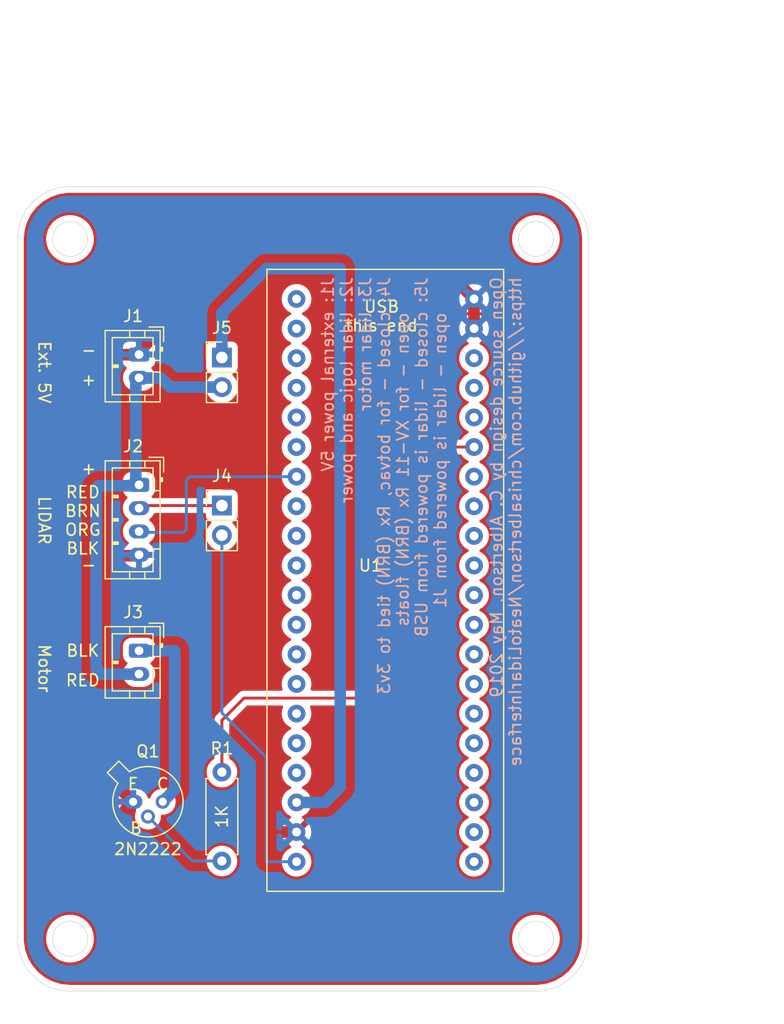
<source format=kicad_pcb>
(kicad_pcb (version 20171130) (host pcbnew "(5.1.2-1)-1")

  (general
    (thickness 1.6)
    (drawings 31)
    (tracks 64)
    (zones 0)
    (modules 8)
    (nets 43)
  )

  (page A4)
  (layers
    (0 F.Cu signal)
    (31 B.Cu signal)
    (32 B.Adhes user hide)
    (33 F.Adhes user hide)
    (34 B.Paste user hide)
    (35 F.Paste user hide)
    (36 B.SilkS user)
    (37 F.SilkS user)
    (38 B.Mask user)
    (39 F.Mask user)
    (40 Dwgs.User user)
    (41 Cmts.User user)
    (42 Eco1.User user)
    (43 Eco2.User user)
    (44 Edge.Cuts user)
    (45 Margin user)
    (46 B.CrtYd user)
    (47 F.CrtYd user)
    (48 B.Fab user)
    (49 F.Fab user)
  )

  (setup
    (last_trace_width 0.25)
    (trace_clearance 0.2)
    (zone_clearance 0.75)
    (zone_45_only no)
    (trace_min 0.2)
    (via_size 0.8)
    (via_drill 0.4)
    (via_min_size 0.4)
    (via_min_drill 0.3)
    (uvia_size 0.3)
    (uvia_drill 0.1)
    (uvias_allowed no)
    (uvia_min_size 0.2)
    (uvia_min_drill 0.1)
    (edge_width 0.05)
    (segment_width 0.2)
    (pcb_text_width 0.3)
    (pcb_text_size 1.5 1.5)
    (mod_edge_width 0.12)
    (mod_text_size 1 1)
    (mod_text_width 0.15)
    (pad_size 1.6 1.6)
    (pad_drill 0.8)
    (pad_to_mask_clearance 0.051)
    (solder_mask_min_width 0.25)
    (aux_axis_origin 0 0)
    (visible_elements FFFFFF7F)
    (pcbplotparams
      (layerselection 0x010fc_ffffffff)
      (usegerberextensions true)
      (usegerberattributes false)
      (usegerberadvancedattributes false)
      (creategerberjobfile false)
      (excludeedgelayer true)
      (linewidth 0.100000)
      (plotframeref false)
      (viasonmask false)
      (mode 1)
      (useauxorigin false)
      (hpglpennumber 1)
      (hpglpenspeed 20)
      (hpglpendiameter 15.000000)
      (psnegative false)
      (psa4output false)
      (plotreference true)
      (plotvalue true)
      (plotinvisibletext false)
      (padsonsilk false)
      (subtractmaskfromsilk false)
      (outputformat 1)
      (mirror false)
      (drillshape 0)
      (scaleselection 1)
      (outputdirectory "Gerbers/"))
  )

  (net 0 "")
  (net 1 "Net-(J1-Pad2)")
  (net 2 GND)
  (net 3 "Net-(J2-Pad2)")
  (net 4 "Net-(J2-Pad3)")
  (net 5 "Net-(J3-Pad1)")
  (net 6 "Net-(J4-Pad2)")
  (net 7 "Net-(J5-Pad1)")
  (net 8 "Net-(Q1-Pad2)")
  (net 9 "Net-(U1-Pad1)")
  (net 10 "Net-(U1-Pad2)")
  (net 11 "Net-(U1-Pad3)")
  (net 12 "Net-(U1-Pad4)")
  (net 13 "Net-(U1-Pad5)")
  (net 14 "Net-(U1-Pad6)")
  (net 15 "Net-(U1-Pad8)")
  (net 16 "Net-(U1-Pad9)")
  (net 17 "Net-(U1-Pad10)")
  (net 18 "Net-(U1-Pad11)")
  (net 19 "Net-(U1-Pad12)")
  (net 20 "Net-(U1-Pad13)")
  (net 21 "Net-(U1-Pad14)")
  (net 22 "Net-(U1-Pad15)")
  (net 23 "Net-(U1-Pad16)")
  (net 24 "Net-(U1-Pad21)")
  (net 25 "Net-(U1-Pad22)")
  (net 26 "Net-(U1-Pad23)")
  (net 27 "Net-(U1-Pad24)")
  (net 28 "Net-(U1-Pad25)")
  (net 29 "Net-(U1-Pad26)")
  (net 30 "Net-(U1-Pad27)")
  (net 31 "Net-(U1-Pad28)")
  (net 32 "Net-(U1-Pad29)")
  (net 33 "Net-(U1-Pad30)")
  (net 34 "Net-(U1-Pad31)")
  (net 35 "Net-(U1-Pad32)")
  (net 36 "Net-(U1-Pad33)")
  (net 37 "Net-(U1-Pad34)")
  (net 38 "Net-(U1-Pad36)")
  (net 39 "Net-(U1-Pad37)")
  (net 40 "Net-(U1-Pad38)")
  (net 41 PB_10)
  (net 42 "Net-(U1-Pad17)")

  (net_class Default "This is the default net class."
    (clearance 0.2)
    (trace_width 0.25)
    (via_dia 0.8)
    (via_drill 0.4)
    (uvia_dia 0.3)
    (uvia_drill 0.1)
    (add_net GND)
    (add_net "Net-(J1-Pad2)")
    (add_net "Net-(J2-Pad2)")
    (add_net "Net-(J2-Pad3)")
    (add_net "Net-(J3-Pad1)")
    (add_net "Net-(J4-Pad2)")
    (add_net "Net-(J5-Pad1)")
    (add_net "Net-(Q1-Pad2)")
    (add_net "Net-(U1-Pad1)")
    (add_net "Net-(U1-Pad10)")
    (add_net "Net-(U1-Pad11)")
    (add_net "Net-(U1-Pad12)")
    (add_net "Net-(U1-Pad13)")
    (add_net "Net-(U1-Pad14)")
    (add_net "Net-(U1-Pad15)")
    (add_net "Net-(U1-Pad16)")
    (add_net "Net-(U1-Pad17)")
    (add_net "Net-(U1-Pad2)")
    (add_net "Net-(U1-Pad21)")
    (add_net "Net-(U1-Pad22)")
    (add_net "Net-(U1-Pad23)")
    (add_net "Net-(U1-Pad24)")
    (add_net "Net-(U1-Pad25)")
    (add_net "Net-(U1-Pad26)")
    (add_net "Net-(U1-Pad27)")
    (add_net "Net-(U1-Pad28)")
    (add_net "Net-(U1-Pad29)")
    (add_net "Net-(U1-Pad3)")
    (add_net "Net-(U1-Pad30)")
    (add_net "Net-(U1-Pad31)")
    (add_net "Net-(U1-Pad32)")
    (add_net "Net-(U1-Pad33)")
    (add_net "Net-(U1-Pad34)")
    (add_net "Net-(U1-Pad36)")
    (add_net "Net-(U1-Pad37)")
    (add_net "Net-(U1-Pad38)")
    (add_net "Net-(U1-Pad4)")
    (add_net "Net-(U1-Pad5)")
    (add_net "Net-(U1-Pad6)")
    (add_net "Net-(U1-Pad8)")
    (add_net "Net-(U1-Pad9)")
    (add_net PB_10)
  )

  (module Connector_PinHeader_2.54mm:PinHeader_1x02_P2.54mm_Vertical (layer F.Cu) (tedit 59FED5CC) (tstamp 5CEE3117)
    (at 193.04 22.86)
    (descr "Through hole straight pin header, 1x02, 2.54mm pitch, single row")
    (tags "Through hole pin header THT 1x02 2.54mm single row")
    (path /5CEC4797)
    (fp_text reference J4 (at 0 -2.54) (layer F.SilkS)
      (effects (font (size 1 1) (thickness 0.15)))
    )
    (fp_text value Conn_01x02_Male (at 0 4.87) (layer F.Fab)
      (effects (font (size 1 1) (thickness 0.15)))
    )
    (fp_text user %R (at 0 1.27 90) (layer F.Fab)
      (effects (font (size 1 1) (thickness 0.15)))
    )
    (fp_line (start 1.8 -1.8) (end -1.8 -1.8) (layer F.CrtYd) (width 0.05))
    (fp_line (start 1.8 4.35) (end 1.8 -1.8) (layer F.CrtYd) (width 0.05))
    (fp_line (start -1.8 4.35) (end 1.8 4.35) (layer F.CrtYd) (width 0.05))
    (fp_line (start -1.8 -1.8) (end -1.8 4.35) (layer F.CrtYd) (width 0.05))
    (fp_line (start -1.33 -1.33) (end 0 -1.33) (layer F.SilkS) (width 0.12))
    (fp_line (start -1.33 0) (end -1.33 -1.33) (layer F.SilkS) (width 0.12))
    (fp_line (start -1.33 1.27) (end 1.33 1.27) (layer F.SilkS) (width 0.12))
    (fp_line (start 1.33 1.27) (end 1.33 3.87) (layer F.SilkS) (width 0.12))
    (fp_line (start -1.33 1.27) (end -1.33 3.87) (layer F.SilkS) (width 0.12))
    (fp_line (start -1.33 3.87) (end 1.33 3.87) (layer F.SilkS) (width 0.12))
    (fp_line (start -1.27 -0.635) (end -0.635 -1.27) (layer F.Fab) (width 0.1))
    (fp_line (start -1.27 3.81) (end -1.27 -0.635) (layer F.Fab) (width 0.1))
    (fp_line (start 1.27 3.81) (end -1.27 3.81) (layer F.Fab) (width 0.1))
    (fp_line (start 1.27 -1.27) (end 1.27 3.81) (layer F.Fab) (width 0.1))
    (fp_line (start -0.635 -1.27) (end 1.27 -1.27) (layer F.Fab) (width 0.1))
    (pad 2 thru_hole oval (at 0 2.54) (size 1.7 1.7) (drill 1) (layers *.Cu *.Mask)
      (net 6 "Net-(J4-Pad2)"))
    (pad 1 thru_hole rect (at 0 0) (size 1.7 1.7) (drill 1) (layers *.Cu *.Mask)
      (net 3 "Net-(J2-Pad2)"))
    (model ${KISYS3DMOD}/Connector_PinHeader_2.54mm.3dshapes/PinHeader_1x02_P2.54mm_Vertical.wrl
      (at (xyz 0 0 0))
      (scale (xyz 1 1 1))
      (rotate (xyz 0 0 0))
    )
  )

  (module Connector_PinHeader_2.54mm:PinHeader_1x02_P2.54mm_Vertical (layer F.Cu) (tedit 59FED5CC) (tstamp 5CEE312D)
    (at 193.04 10.16)
    (descr "Through hole straight pin header, 1x02, 2.54mm pitch, single row")
    (tags "Through hole pin header THT 1x02 2.54mm single row")
    (path /5CEA20AE)
    (fp_text reference J5 (at 0 -2.54) (layer F.SilkS)
      (effects (font (size 1 1) (thickness 0.15)))
    )
    (fp_text value Conn_01x02_Male (at 0 4.87) (layer F.Fab)
      (effects (font (size 1 1) (thickness 0.15)))
    )
    (fp_line (start -0.635 -1.27) (end 1.27 -1.27) (layer F.Fab) (width 0.1))
    (fp_line (start 1.27 -1.27) (end 1.27 3.81) (layer F.Fab) (width 0.1))
    (fp_line (start 1.27 3.81) (end -1.27 3.81) (layer F.Fab) (width 0.1))
    (fp_line (start -1.27 3.81) (end -1.27 -0.635) (layer F.Fab) (width 0.1))
    (fp_line (start -1.27 -0.635) (end -0.635 -1.27) (layer F.Fab) (width 0.1))
    (fp_line (start -1.33 3.87) (end 1.33 3.87) (layer F.SilkS) (width 0.12))
    (fp_line (start -1.33 1.27) (end -1.33 3.87) (layer F.SilkS) (width 0.12))
    (fp_line (start 1.33 1.27) (end 1.33 3.87) (layer F.SilkS) (width 0.12))
    (fp_line (start -1.33 1.27) (end 1.33 1.27) (layer F.SilkS) (width 0.12))
    (fp_line (start -1.33 0) (end -1.33 -1.33) (layer F.SilkS) (width 0.12))
    (fp_line (start -1.33 -1.33) (end 0 -1.33) (layer F.SilkS) (width 0.12))
    (fp_line (start -1.8 -1.8) (end -1.8 4.35) (layer F.CrtYd) (width 0.05))
    (fp_line (start -1.8 4.35) (end 1.8 4.35) (layer F.CrtYd) (width 0.05))
    (fp_line (start 1.8 4.35) (end 1.8 -1.8) (layer F.CrtYd) (width 0.05))
    (fp_line (start 1.8 -1.8) (end -1.8 -1.8) (layer F.CrtYd) (width 0.05))
    (fp_text user %R (at 0 1.27 90) (layer F.Fab)
      (effects (font (size 1 1) (thickness 0.15)))
    )
    (pad 1 thru_hole rect (at 0 0) (size 1.7 1.7) (drill 1) (layers *.Cu *.Mask)
      (net 7 "Net-(J5-Pad1)"))
    (pad 2 thru_hole oval (at 0 2.54) (size 1.7 1.7) (drill 1) (layers *.Cu *.Mask)
      (net 1 "Net-(J1-Pad2)"))
    (model ${KISYS3DMOD}/Connector_PinHeader_2.54mm.3dshapes/PinHeader_1x02_P2.54mm_Vertical.wrl
      (at (xyz 0 0 0))
      (scale (xyz 1 1 1))
      (rotate (xyz 0 0 0))
    )
  )

  (module Package_TO_SOT_THT:TO-18-3 (layer F.Cu) (tedit 5A02FF81) (tstamp 5CEE3142)
    (at 185.42 48.26)
    (descr TO-18-3)
    (tags TO-18-3)
    (path /5CE9D2CE)
    (fp_text reference Q1 (at 1.27 -4.318) (layer F.SilkS)
      (effects (font (size 1 1) (thickness 0.15)))
    )
    (fp_text value PN2222A (at 1.016 -2.54) (layer F.Fab)
      (effects (font (size 1 1) (thickness 0.15)))
    )
    (fp_text user %R (at 1.27 -4.02) (layer F.Fab)
      (effects (font (size 1 1) (thickness 0.15)))
    )
    (fp_line (start -0.329057 -2.419301) (end -1.156372 -3.246616) (layer F.Fab) (width 0.1))
    (fp_line (start -1.156372 -3.246616) (end -1.976616 -2.426372) (layer F.Fab) (width 0.1))
    (fp_line (start -1.976616 -2.426372) (end -1.149301 -1.599057) (layer F.Fab) (width 0.1))
    (fp_line (start -0.312331 -2.572281) (end -1.224499 -3.484448) (layer F.SilkS) (width 0.12))
    (fp_line (start -1.224499 -3.484448) (end -2.214448 -2.494499) (layer F.SilkS) (width 0.12))
    (fp_line (start -2.214448 -2.494499) (end -1.302281 -1.582331) (layer F.SilkS) (width 0.12))
    (fp_line (start -2.23 -3.5) (end -2.23 3.15) (layer F.CrtYd) (width 0.05))
    (fp_line (start -2.23 3.15) (end 4.42 3.15) (layer F.CrtYd) (width 0.05))
    (fp_line (start 4.42 3.15) (end 4.42 -3.5) (layer F.CrtYd) (width 0.05))
    (fp_line (start 4.42 -3.5) (end -2.23 -3.5) (layer F.CrtYd) (width 0.05))
    (fp_circle (center 1.27 0) (end 3.67 0) (layer F.Fab) (width 0.1))
    (fp_arc (start 1.27 0) (end -0.329057 -2.419301) (angle 336.9) (layer F.Fab) (width 0.1))
    (fp_arc (start 1.27 0) (end -0.312331 -2.572281) (angle 333.2) (layer F.SilkS) (width 0.12))
    (pad 1 thru_hole oval (at 0 0) (size 1.6 1.2) (drill 0.7) (layers *.Cu *.Mask)
      (net 2 GND))
    (pad 2 thru_hole oval (at 1.27 1.27) (size 1.2 1.2) (drill 0.7) (layers *.Cu *.Mask)
      (net 8 "Net-(Q1-Pad2)"))
    (pad 3 thru_hole oval (at 2.54 0) (size 1.2 1.2) (drill 0.7) (layers *.Cu *.Mask)
      (net 5 "Net-(J3-Pad1)"))
    (model ${KISYS3DMOD}/Package_TO_SOT_THT.3dshapes/TO-18-3.wrl
      (at (xyz 0 0 0))
      (scale (xyz 1 1 1))
      (rotate (xyz 0 0 0))
    )
  )

  (module Resistor_THT:R_Axial_DIN0207_L6.3mm_D2.5mm_P7.62mm_Horizontal (layer F.Cu) (tedit 5CEDE801) (tstamp 5CEE3159)
    (at 193.04 53.34 90)
    (descr "Resistor, Axial_DIN0207 series, Axial, Horizontal, pin pitch=7.62mm, 0.25W = 1/4W, length*diameter=6.3*2.5mm^2, http://cdn-reichelt.de/documents/datenblatt/B400/1_4W%23YAG.pdf")
    (tags "Resistor Axial_DIN0207 series Axial Horizontal pin pitch 7.62mm 0.25W = 1/4W length 6.3mm diameter 2.5mm")
    (path /5CE9F166)
    (fp_text reference R1 (at 9.652 0 180) (layer F.SilkS)
      (effects (font (size 1 1) (thickness 0.15)))
    )
    (fp_text value 1K (at 3.81 2.37 90) (layer F.Fab)
      (effects (font (size 1 1) (thickness 0.15)))
    )
    (fp_line (start 0.66 -1.25) (end 0.66 1.25) (layer F.Fab) (width 0.1))
    (fp_line (start 0.66 1.25) (end 6.96 1.25) (layer F.Fab) (width 0.1))
    (fp_line (start 6.96 1.25) (end 6.96 -1.25) (layer F.Fab) (width 0.1))
    (fp_line (start 6.96 -1.25) (end 0.66 -1.25) (layer F.Fab) (width 0.1))
    (fp_line (start 0 0) (end 0.66 0) (layer F.Fab) (width 0.1))
    (fp_line (start 7.62 0) (end 6.96 0) (layer F.Fab) (width 0.1))
    (fp_line (start 0.54 -1.04) (end 0.54 -1.37) (layer F.SilkS) (width 0.12))
    (fp_line (start 0.54 -1.37) (end 7.08 -1.37) (layer F.SilkS) (width 0.12))
    (fp_line (start 7.08 -1.37) (end 7.08 -1.04) (layer F.SilkS) (width 0.12))
    (fp_line (start 0.54 1.04) (end 0.54 1.37) (layer F.SilkS) (width 0.12))
    (fp_line (start 0.54 1.37) (end 7.08 1.37) (layer F.SilkS) (width 0.12))
    (fp_line (start 7.08 1.37) (end 7.08 1.04) (layer F.SilkS) (width 0.12))
    (fp_line (start -1.05 -1.5) (end -1.05 1.5) (layer F.CrtYd) (width 0.05))
    (fp_line (start -1.05 1.5) (end 8.67 1.5) (layer F.CrtYd) (width 0.05))
    (fp_line (start 8.67 1.5) (end 8.67 -1.5) (layer F.CrtYd) (width 0.05))
    (fp_line (start 8.67 -1.5) (end -1.05 -1.5) (layer F.CrtYd) (width 0.05))
    (fp_text user %R (at 1.778 2.286 90) (layer F.Fab)
      (effects (font (size 1 1) (thickness 0.15)))
    )
    (pad 1 thru_hole circle (at 0 0 90) (size 1.6 1.6) (drill 0.8) (layers *.Cu *.Mask)
      (net 8 "Net-(Q1-Pad2)"))
    (pad 2 thru_hole oval (at 7.62 0 90) (size 1.6 1.6) (drill 0.8) (layers *.Cu *.Mask)
      (net 41 PB_10))
    (model ${KISYS3DMOD}/Resistor_THT.3dshapes/R_Axial_DIN0207_L6.3mm_D2.5mm_P7.62mm_Horizontal.wrl
      (at (xyz 0 0 0))
      (scale (xyz 1 1 1))
      (rotate (xyz 0 0 0))
    )
  )

  (module MyFootprints:STM32BluePill (layer F.Cu) (tedit 5CEDD767) (tstamp 5CEE3189)
    (at 199.450001 5.140001)
    (path /5CEAC22A)
    (fp_text reference U1 (at 6.35 22.86) (layer F.SilkS)
      (effects (font (size 1 1) (thickness 0.15)))
    )
    (fp_text value STM32BluePill (at 6.35 -5.08) (layer F.Fab)
      (effects (font (size 1 1) (thickness 0.15)))
    )
    (fp_line (start 17.78 -2.54) (end 17.78 50.8) (layer F.SilkS) (width 0.12))
    (fp_line (start 17.78 50.8) (end -2.54 50.8) (layer F.SilkS) (width 0.12))
    (fp_line (start -2.54 50.8) (end -2.54 -2.54) (layer F.SilkS) (width 0.12))
    (fp_line (start -2.54 -2.54) (end 17.78 -2.54) (layer F.SilkS) (width 0.12))
    (pad 1 thru_hole circle (at 0 0) (size 1.524 1.524) (drill 0.762) (layers *.Cu *.Mask)
      (net 9 "Net-(U1-Pad1)"))
    (pad 2 thru_hole circle (at 0 2.54) (size 1.524 1.524) (drill 0.762) (layers *.Cu *.Mask)
      (net 10 "Net-(U1-Pad2)"))
    (pad 3 thru_hole circle (at 0 5.08) (size 1.524 1.524) (drill 0.762) (layers *.Cu *.Mask)
      (net 11 "Net-(U1-Pad3)"))
    (pad 4 thru_hole circle (at 0 7.62) (size 1.524 1.524) (drill 0.762) (layers *.Cu *.Mask)
      (net 12 "Net-(U1-Pad4)"))
    (pad 5 thru_hole circle (at 0 10.16) (size 1.524 1.524) (drill 0.762) (layers *.Cu *.Mask)
      (net 13 "Net-(U1-Pad5)"))
    (pad 6 thru_hole circle (at 0 12.7) (size 1.524 1.524) (drill 0.762) (layers *.Cu *.Mask)
      (net 14 "Net-(U1-Pad6)"))
    (pad 7 thru_hole circle (at 0 15.24) (size 1.524 1.524) (drill 0.762) (layers *.Cu *.Mask)
      (net 4 "Net-(J2-Pad3)"))
    (pad 8 thru_hole circle (at 0 17.78) (size 1.524 1.524) (drill 0.762) (layers *.Cu *.Mask)
      (net 15 "Net-(U1-Pad8)"))
    (pad 9 thru_hole circle (at 0 20.32) (size 1.524 1.524) (drill 0.762) (layers *.Cu *.Mask)
      (net 16 "Net-(U1-Pad9)"))
    (pad 10 thru_hole circle (at 0 22.86) (size 1.524 1.524) (drill 0.762) (layers *.Cu *.Mask)
      (net 17 "Net-(U1-Pad10)"))
    (pad 11 thru_hole circle (at 0 25.4) (size 1.524 1.524) (drill 0.762) (layers *.Cu *.Mask)
      (net 18 "Net-(U1-Pad11)"))
    (pad 12 thru_hole circle (at 0 27.94) (size 1.524 1.524) (drill 0.762) (layers *.Cu *.Mask)
      (net 19 "Net-(U1-Pad12)"))
    (pad 13 thru_hole circle (at 0 30.48) (size 1.524 1.524) (drill 0.762) (layers *.Cu *.Mask)
      (net 20 "Net-(U1-Pad13)"))
    (pad 14 thru_hole circle (at 0 33.02) (size 1.524 1.524) (drill 0.762) (layers *.Cu *.Mask)
      (net 21 "Net-(U1-Pad14)"))
    (pad 15 thru_hole circle (at 0 35.56) (size 1.524 1.524) (drill 0.762) (layers *.Cu *.Mask)
      (net 22 "Net-(U1-Pad15)"))
    (pad 16 thru_hole circle (at 0 38.1) (size 1.524 1.524) (drill 0.762) (layers *.Cu *.Mask)
      (net 23 "Net-(U1-Pad16)"))
    (pad 17 thru_hole circle (at 0 40.64) (size 1.524 1.524) (drill 0.762) (layers *.Cu *.Mask)
      (net 42 "Net-(U1-Pad17)"))
    (pad 18 thru_hole circle (at 0 43.18) (size 1.524 1.524) (drill 0.762) (layers *.Cu *.Mask)
      (net 7 "Net-(J5-Pad1)"))
    (pad 19 thru_hole circle (at 0 45.72) (size 1.524 1.524) (drill 0.762) (layers *.Cu *.Mask)
      (net 2 GND))
    (pad 20 thru_hole circle (at 0 48.26) (size 1.524 1.524) (drill 0.762) (layers *.Cu *.Mask)
      (net 6 "Net-(J4-Pad2)"))
    (pad 21 thru_hole circle (at 15.24 48.26) (size 1.524 1.524) (drill 0.762) (layers *.Cu *.Mask)
      (net 24 "Net-(U1-Pad21)"))
    (pad 22 thru_hole circle (at 15.24 45.72) (size 1.524 1.524) (drill 0.762) (layers *.Cu *.Mask)
      (net 25 "Net-(U1-Pad22)"))
    (pad 23 thru_hole circle (at 15.24 43.18) (size 1.524 1.524) (drill 0.762) (layers *.Cu *.Mask)
      (net 26 "Net-(U1-Pad23)"))
    (pad 24 thru_hole circle (at 15.24 40.64) (size 1.524 1.524) (drill 0.762) (layers *.Cu *.Mask)
      (net 27 "Net-(U1-Pad24)"))
    (pad 25 thru_hole circle (at 15.24 38.1) (size 1.524 1.524) (drill 0.762) (layers *.Cu *.Mask)
      (net 28 "Net-(U1-Pad25)"))
    (pad 26 thru_hole circle (at 15.24 35.56) (size 1.524 1.524) (drill 0.762) (layers *.Cu *.Mask)
      (net 29 "Net-(U1-Pad26)"))
    (pad 27 thru_hole circle (at 15.24 33.02) (size 1.524 1.524) (drill 0.762) (layers *.Cu *.Mask)
      (net 30 "Net-(U1-Pad27)"))
    (pad 28 thru_hole circle (at 15.24 30.48) (size 1.524 1.524) (drill 0.762) (layers *.Cu *.Mask)
      (net 31 "Net-(U1-Pad28)"))
    (pad 29 thru_hole circle (at 15.24 27.94) (size 1.524 1.524) (drill 0.762) (layers *.Cu *.Mask)
      (net 32 "Net-(U1-Pad29)"))
    (pad 30 thru_hole circle (at 15.24 25.4) (size 1.524 1.524) (drill 0.762) (layers *.Cu *.Mask)
      (net 33 "Net-(U1-Pad30)"))
    (pad 31 thru_hole circle (at 15.24 22.86) (size 1.524 1.524) (drill 0.762) (layers *.Cu *.Mask)
      (net 34 "Net-(U1-Pad31)"))
    (pad 32 thru_hole circle (at 15.24 20.32) (size 1.524 1.524) (drill 0.762) (layers *.Cu *.Mask)
      (net 35 "Net-(U1-Pad32)"))
    (pad 33 thru_hole circle (at 15.24 17.78) (size 1.524 1.524) (drill 0.762) (layers *.Cu *.Mask)
      (net 36 "Net-(U1-Pad33)"))
    (pad 34 thru_hole circle (at 15.24 15.24) (size 1.524 1.524) (drill 0.762) (layers *.Cu *.Mask)
      (net 37 "Net-(U1-Pad34)"))
    (pad 35 thru_hole circle (at 15.24 12.7) (size 1.524 1.524) (drill 0.762) (layers *.Cu *.Mask)
      (net 41 PB_10))
    (pad 36 thru_hole circle (at 15.24 10.16) (size 1.524 1.524) (drill 0.762) (layers *.Cu *.Mask)
      (net 38 "Net-(U1-Pad36)"))
    (pad 37 thru_hole circle (at 15.24 7.62) (size 1.524 1.524) (drill 0.762) (layers *.Cu *.Mask)
      (net 39 "Net-(U1-Pad37)"))
    (pad 38 thru_hole circle (at 15.24 5.08) (size 1.524 1.524) (drill 0.762) (layers *.Cu *.Mask)
      (net 40 "Net-(U1-Pad38)"))
    (pad 39 thru_hole circle (at 15.24 2.54) (size 1.524 1.524) (drill 0.762) (layers *.Cu *.Mask)
      (net 2 GND))
    (pad 40 thru_hole circle (at 15.24 0) (size 1.524 1.524) (drill 0.762) (layers *.Cu *.Mask)
      (net 2 GND))
    (model "/Users/chris/projects/KiCad Projects/MyLibs/My3D/STM32F103C8T6_Blue_Pill.step"
      (offset (xyz 19 -50.75 8.5))
      (scale (xyz 1 1 1))
      (rotate (xyz 90 180 180))
    )
  )

  (module Connector_JST:JST_PH_B2B-PH-K_1x02_P2.00mm_Vertical (layer F.Cu) (tedit 5B7745C2) (tstamp 5CF28927)
    (at 185.928 9.906 270)
    (descr "JST PH series connector, B2B-PH-K (http://www.jst-mfg.com/product/pdf/eng/ePH.pdf), generated with kicad-footprint-generator")
    (tags "connector JST PH side entry")
    (path /5CEA0E19)
    (fp_text reference J1 (at -3.302 0.508 180) (layer F.SilkS)
      (effects (font (size 1 1) (thickness 0.15)))
    )
    (fp_text value Conn_01x02 (at 1 4 90) (layer F.Fab)
      (effects (font (size 1 1) (thickness 0.15)))
    )
    (fp_text user %R (at 1 1.5 90) (layer F.Fab)
      (effects (font (size 1 1) (thickness 0.15)))
    )
    (fp_line (start 4.45 -2.2) (end -2.45 -2.2) (layer F.CrtYd) (width 0.05))
    (fp_line (start 4.45 3.3) (end 4.45 -2.2) (layer F.CrtYd) (width 0.05))
    (fp_line (start -2.45 3.3) (end 4.45 3.3) (layer F.CrtYd) (width 0.05))
    (fp_line (start -2.45 -2.2) (end -2.45 3.3) (layer F.CrtYd) (width 0.05))
    (fp_line (start 3.95 -1.7) (end -1.95 -1.7) (layer F.Fab) (width 0.1))
    (fp_line (start 3.95 2.8) (end 3.95 -1.7) (layer F.Fab) (width 0.1))
    (fp_line (start -1.95 2.8) (end 3.95 2.8) (layer F.Fab) (width 0.1))
    (fp_line (start -1.95 -1.7) (end -1.95 2.8) (layer F.Fab) (width 0.1))
    (fp_line (start -2.36 -2.11) (end -2.36 -0.86) (layer F.Fab) (width 0.1))
    (fp_line (start -1.11 -2.11) (end -2.36 -2.11) (layer F.Fab) (width 0.1))
    (fp_line (start -2.36 -2.11) (end -2.36 -0.86) (layer F.SilkS) (width 0.12))
    (fp_line (start -1.11 -2.11) (end -2.36 -2.11) (layer F.SilkS) (width 0.12))
    (fp_line (start 1 2.3) (end 1 1.8) (layer F.SilkS) (width 0.12))
    (fp_line (start 1.1 1.8) (end 1.1 2.3) (layer F.SilkS) (width 0.12))
    (fp_line (start 0.9 1.8) (end 1.1 1.8) (layer F.SilkS) (width 0.12))
    (fp_line (start 0.9 2.3) (end 0.9 1.8) (layer F.SilkS) (width 0.12))
    (fp_line (start 4.06 0.8) (end 3.45 0.8) (layer F.SilkS) (width 0.12))
    (fp_line (start 4.06 -0.5) (end 3.45 -0.5) (layer F.SilkS) (width 0.12))
    (fp_line (start -2.06 0.8) (end -1.45 0.8) (layer F.SilkS) (width 0.12))
    (fp_line (start -2.06 -0.5) (end -1.45 -0.5) (layer F.SilkS) (width 0.12))
    (fp_line (start 1.5 -1.2) (end 1.5 -1.81) (layer F.SilkS) (width 0.12))
    (fp_line (start 3.45 -1.2) (end 1.5 -1.2) (layer F.SilkS) (width 0.12))
    (fp_line (start 3.45 2.3) (end 3.45 -1.2) (layer F.SilkS) (width 0.12))
    (fp_line (start -1.45 2.3) (end 3.45 2.3) (layer F.SilkS) (width 0.12))
    (fp_line (start -1.45 -1.2) (end -1.45 2.3) (layer F.SilkS) (width 0.12))
    (fp_line (start 0.5 -1.2) (end -1.45 -1.2) (layer F.SilkS) (width 0.12))
    (fp_line (start 0.5 -1.81) (end 0.5 -1.2) (layer F.SilkS) (width 0.12))
    (fp_line (start -0.3 -1.91) (end -0.6 -1.91) (layer F.SilkS) (width 0.12))
    (fp_line (start -0.6 -2.01) (end -0.6 -1.81) (layer F.SilkS) (width 0.12))
    (fp_line (start -0.3 -2.01) (end -0.6 -2.01) (layer F.SilkS) (width 0.12))
    (fp_line (start -0.3 -1.81) (end -0.3 -2.01) (layer F.SilkS) (width 0.12))
    (fp_line (start 4.06 -1.81) (end -2.06 -1.81) (layer F.SilkS) (width 0.12))
    (fp_line (start 4.06 2.91) (end 4.06 -1.81) (layer F.SilkS) (width 0.12))
    (fp_line (start -2.06 2.91) (end 4.06 2.91) (layer F.SilkS) (width 0.12))
    (fp_line (start -2.06 -1.81) (end -2.06 2.91) (layer F.SilkS) (width 0.12))
    (pad 2 thru_hole oval (at 2 0 270) (size 1.2 1.75) (drill 0.75) (layers *.Cu *.Mask)
      (net 1 "Net-(J1-Pad2)"))
    (pad 1 thru_hole roundrect (at 0 0 270) (size 1.2 1.75) (drill 0.75) (layers *.Cu *.Mask) (roundrect_rratio 0.208333)
      (net 2 GND))
    (model ${KISYS3DMOD}/Connector_JST.3dshapes/JST_PH_B2B-PH-K_1x02_P2.00mm_Vertical.wrl
      (at (xyz 0 0 0))
      (scale (xyz 1 1 1))
      (rotate (xyz 0 0 0))
    )
  )

  (module Connector_JST:JST_PH_B4B-PH-K_1x04_P2.00mm_Vertical (layer F.Cu) (tedit 5B7745C2) (tstamp 5CF28323)
    (at 185.928 21.082 270)
    (descr "JST PH series connector, B4B-PH-K (http://www.jst-mfg.com/product/pdf/eng/ePH.pdf), generated with kicad-footprint-generator")
    (tags "connector JST PH side entry")
    (path /5CEA01E9)
    (fp_text reference J2 (at -3.302 0.508 180) (layer F.SilkS)
      (effects (font (size 1 1) (thickness 0.15)))
    )
    (fp_text value Conn_01x04 (at 3 4 90) (layer F.Fab)
      (effects (font (size 1 1) (thickness 0.15)))
    )
    (fp_line (start -2.06 -1.81) (end -2.06 2.91) (layer F.SilkS) (width 0.12))
    (fp_line (start -2.06 2.91) (end 8.06 2.91) (layer F.SilkS) (width 0.12))
    (fp_line (start 8.06 2.91) (end 8.06 -1.81) (layer F.SilkS) (width 0.12))
    (fp_line (start 8.06 -1.81) (end -2.06 -1.81) (layer F.SilkS) (width 0.12))
    (fp_line (start -0.3 -1.81) (end -0.3 -2.01) (layer F.SilkS) (width 0.12))
    (fp_line (start -0.3 -2.01) (end -0.6 -2.01) (layer F.SilkS) (width 0.12))
    (fp_line (start -0.6 -2.01) (end -0.6 -1.81) (layer F.SilkS) (width 0.12))
    (fp_line (start -0.3 -1.91) (end -0.6 -1.91) (layer F.SilkS) (width 0.12))
    (fp_line (start 0.5 -1.81) (end 0.5 -1.2) (layer F.SilkS) (width 0.12))
    (fp_line (start 0.5 -1.2) (end -1.45 -1.2) (layer F.SilkS) (width 0.12))
    (fp_line (start -1.45 -1.2) (end -1.45 2.3) (layer F.SilkS) (width 0.12))
    (fp_line (start -1.45 2.3) (end 7.45 2.3) (layer F.SilkS) (width 0.12))
    (fp_line (start 7.45 2.3) (end 7.45 -1.2) (layer F.SilkS) (width 0.12))
    (fp_line (start 7.45 -1.2) (end 5.5 -1.2) (layer F.SilkS) (width 0.12))
    (fp_line (start 5.5 -1.2) (end 5.5 -1.81) (layer F.SilkS) (width 0.12))
    (fp_line (start -2.06 -0.5) (end -1.45 -0.5) (layer F.SilkS) (width 0.12))
    (fp_line (start -2.06 0.8) (end -1.45 0.8) (layer F.SilkS) (width 0.12))
    (fp_line (start 8.06 -0.5) (end 7.45 -0.5) (layer F.SilkS) (width 0.12))
    (fp_line (start 8.06 0.8) (end 7.45 0.8) (layer F.SilkS) (width 0.12))
    (fp_line (start 0.9 2.3) (end 0.9 1.8) (layer F.SilkS) (width 0.12))
    (fp_line (start 0.9 1.8) (end 1.1 1.8) (layer F.SilkS) (width 0.12))
    (fp_line (start 1.1 1.8) (end 1.1 2.3) (layer F.SilkS) (width 0.12))
    (fp_line (start 1 2.3) (end 1 1.8) (layer F.SilkS) (width 0.12))
    (fp_line (start 2.9 2.3) (end 2.9 1.8) (layer F.SilkS) (width 0.12))
    (fp_line (start 2.9 1.8) (end 3.1 1.8) (layer F.SilkS) (width 0.12))
    (fp_line (start 3.1 1.8) (end 3.1 2.3) (layer F.SilkS) (width 0.12))
    (fp_line (start 3 2.3) (end 3 1.8) (layer F.SilkS) (width 0.12))
    (fp_line (start 4.9 2.3) (end 4.9 1.8) (layer F.SilkS) (width 0.12))
    (fp_line (start 4.9 1.8) (end 5.1 1.8) (layer F.SilkS) (width 0.12))
    (fp_line (start 5.1 1.8) (end 5.1 2.3) (layer F.SilkS) (width 0.12))
    (fp_line (start 5 2.3) (end 5 1.8) (layer F.SilkS) (width 0.12))
    (fp_line (start -1.11 -2.11) (end -2.36 -2.11) (layer F.SilkS) (width 0.12))
    (fp_line (start -2.36 -2.11) (end -2.36 -0.86) (layer F.SilkS) (width 0.12))
    (fp_line (start -1.11 -2.11) (end -2.36 -2.11) (layer F.Fab) (width 0.1))
    (fp_line (start -2.36 -2.11) (end -2.36 -0.86) (layer F.Fab) (width 0.1))
    (fp_line (start -1.95 -1.7) (end -1.95 2.8) (layer F.Fab) (width 0.1))
    (fp_line (start -1.95 2.8) (end 7.95 2.8) (layer F.Fab) (width 0.1))
    (fp_line (start 7.95 2.8) (end 7.95 -1.7) (layer F.Fab) (width 0.1))
    (fp_line (start 7.95 -1.7) (end -1.95 -1.7) (layer F.Fab) (width 0.1))
    (fp_line (start -2.45 -2.2) (end -2.45 3.3) (layer F.CrtYd) (width 0.05))
    (fp_line (start -2.45 3.3) (end 8.45 3.3) (layer F.CrtYd) (width 0.05))
    (fp_line (start 8.45 3.3) (end 8.45 -2.2) (layer F.CrtYd) (width 0.05))
    (fp_line (start 8.45 -2.2) (end -2.45 -2.2) (layer F.CrtYd) (width 0.05))
    (fp_text user %R (at 3 1.5 90) (layer F.Fab)
      (effects (font (size 1 1) (thickness 0.15)))
    )
    (pad 1 thru_hole roundrect (at 0 0 270) (size 1.2 1.75) (drill 0.75) (layers *.Cu *.Mask) (roundrect_rratio 0.208333)
      (net 1 "Net-(J1-Pad2)"))
    (pad 2 thru_hole oval (at 2 0 270) (size 1.2 1.75) (drill 0.75) (layers *.Cu *.Mask)
      (net 3 "Net-(J2-Pad2)"))
    (pad 3 thru_hole oval (at 4 0 270) (size 1.2 1.75) (drill 0.75) (layers *.Cu *.Mask)
      (net 4 "Net-(J2-Pad3)"))
    (pad 4 thru_hole oval (at 6 0 270) (size 1.2 1.75) (drill 0.75) (layers *.Cu *.Mask)
      (net 2 GND))
    (model ${KISYS3DMOD}/Connector_JST.3dshapes/JST_PH_B4B-PH-K_1x04_P2.00mm_Vertical.wrl
      (at (xyz 0 0 0))
      (scale (xyz 1 1 1))
      (rotate (xyz 0 0 0))
    )
  )

  (module Connector_JST:JST_PH_B2B-PH-K_1x02_P2.00mm_Vertical (layer F.Cu) (tedit 5B7745C2) (tstamp 5CF28DC0)
    (at 185.928 35.306 270)
    (descr "JST PH series connector, B2B-PH-K (http://www.jst-mfg.com/product/pdf/eng/ePH.pdf), generated with kicad-footprint-generator")
    (tags "connector JST PH side entry")
    (path /5CE9F90D)
    (fp_text reference J3 (at -3.302 0.508 180) (layer F.SilkS)
      (effects (font (size 1 1) (thickness 0.15)))
    )
    (fp_text value Conn_01x02 (at 1 4 90) (layer F.Fab)
      (effects (font (size 1 1) (thickness 0.15)))
    )
    (fp_line (start -2.06 -1.81) (end -2.06 2.91) (layer F.SilkS) (width 0.12))
    (fp_line (start -2.06 2.91) (end 4.06 2.91) (layer F.SilkS) (width 0.12))
    (fp_line (start 4.06 2.91) (end 4.06 -1.81) (layer F.SilkS) (width 0.12))
    (fp_line (start 4.06 -1.81) (end -2.06 -1.81) (layer F.SilkS) (width 0.12))
    (fp_line (start -0.3 -1.81) (end -0.3 -2.01) (layer F.SilkS) (width 0.12))
    (fp_line (start -0.3 -2.01) (end -0.6 -2.01) (layer F.SilkS) (width 0.12))
    (fp_line (start -0.6 -2.01) (end -0.6 -1.81) (layer F.SilkS) (width 0.12))
    (fp_line (start -0.3 -1.91) (end -0.6 -1.91) (layer F.SilkS) (width 0.12))
    (fp_line (start 0.5 -1.81) (end 0.5 -1.2) (layer F.SilkS) (width 0.12))
    (fp_line (start 0.5 -1.2) (end -1.45 -1.2) (layer F.SilkS) (width 0.12))
    (fp_line (start -1.45 -1.2) (end -1.45 2.3) (layer F.SilkS) (width 0.12))
    (fp_line (start -1.45 2.3) (end 3.45 2.3) (layer F.SilkS) (width 0.12))
    (fp_line (start 3.45 2.3) (end 3.45 -1.2) (layer F.SilkS) (width 0.12))
    (fp_line (start 3.45 -1.2) (end 1.5 -1.2) (layer F.SilkS) (width 0.12))
    (fp_line (start 1.5 -1.2) (end 1.5 -1.81) (layer F.SilkS) (width 0.12))
    (fp_line (start -2.06 -0.5) (end -1.45 -0.5) (layer F.SilkS) (width 0.12))
    (fp_line (start -2.06 0.8) (end -1.45 0.8) (layer F.SilkS) (width 0.12))
    (fp_line (start 4.06 -0.5) (end 3.45 -0.5) (layer F.SilkS) (width 0.12))
    (fp_line (start 4.06 0.8) (end 3.45 0.8) (layer F.SilkS) (width 0.12))
    (fp_line (start 0.9 2.3) (end 0.9 1.8) (layer F.SilkS) (width 0.12))
    (fp_line (start 0.9 1.8) (end 1.1 1.8) (layer F.SilkS) (width 0.12))
    (fp_line (start 1.1 1.8) (end 1.1 2.3) (layer F.SilkS) (width 0.12))
    (fp_line (start 1 2.3) (end 1 1.8) (layer F.SilkS) (width 0.12))
    (fp_line (start -1.11 -2.11) (end -2.36 -2.11) (layer F.SilkS) (width 0.12))
    (fp_line (start -2.36 -2.11) (end -2.36 -0.86) (layer F.SilkS) (width 0.12))
    (fp_line (start -1.11 -2.11) (end -2.36 -2.11) (layer F.Fab) (width 0.1))
    (fp_line (start -2.36 -2.11) (end -2.36 -0.86) (layer F.Fab) (width 0.1))
    (fp_line (start -1.95 -1.7) (end -1.95 2.8) (layer F.Fab) (width 0.1))
    (fp_line (start -1.95 2.8) (end 3.95 2.8) (layer F.Fab) (width 0.1))
    (fp_line (start 3.95 2.8) (end 3.95 -1.7) (layer F.Fab) (width 0.1))
    (fp_line (start 3.95 -1.7) (end -1.95 -1.7) (layer F.Fab) (width 0.1))
    (fp_line (start -2.45 -2.2) (end -2.45 3.3) (layer F.CrtYd) (width 0.05))
    (fp_line (start -2.45 3.3) (end 4.45 3.3) (layer F.CrtYd) (width 0.05))
    (fp_line (start 4.45 3.3) (end 4.45 -2.2) (layer F.CrtYd) (width 0.05))
    (fp_line (start 4.45 -2.2) (end -2.45 -2.2) (layer F.CrtYd) (width 0.05))
    (fp_text user %R (at 1 1.5 90) (layer F.Fab)
      (effects (font (size 1 1) (thickness 0.15)))
    )
    (pad 1 thru_hole roundrect (at 0 0 270) (size 1.2 1.75) (drill 0.75) (layers *.Cu *.Mask) (roundrect_rratio 0.208333)
      (net 5 "Net-(J3-Pad1)"))
    (pad 2 thru_hole oval (at 2 0 270) (size 1.2 1.75) (drill 0.75) (layers *.Cu *.Mask)
      (net 1 "Net-(J1-Pad2)"))
    (model ${KISYS3DMOD}/Connector_JST.3dshapes/JST_PH_B2B-PH-K_1x02_P2.00mm_Vertical.wrl
      (at (xyz 0 0 0))
      (scale (xyz 1 1 1))
      (rotate (xyz 0 0 0))
    )
  )

  (gr_text "USB\nthis end" (at 206.756 6.604) (layer F.SilkS)
    (effects (font (size 1 1) (thickness 0.15)))
  )
  (gr_text C (at 187.96 46.736) (layer F.SilkS)
    (effects (font (size 1 1) (thickness 0.15)))
  )
  (gr_text B (at 185.674 50.546) (layer F.SilkS)
    (effects (font (size 1 1) (thickness 0.15)))
  )
  (gr_text E (at 185.42 46.736) (layer F.SilkS)
    (effects (font (size 1 1) (thickness 0.15)))
  )
  (gr_text 2N2222 (at 186.69 52.324) (layer F.SilkS)
    (effects (font (size 1 1) (thickness 0.15)))
  )
  (gr_text 1K (at 193.04 49.53 90) (layer F.SilkS)
    (effects (font (size 1 1) (thickness 0.15)))
  )
  (gr_text "J1: external power 5V\nJ2: lidar logic and power\nJ3: lidar motor\nJ4: closed - for botvac, Rx (BRN) tied to 3v3\n    open - for XV-11 Rx (BRN) floats\nJ5: closed - lidar is powered from USB\n    open - lidar is powered from J1\n\n\nOpen source design by C. Albertson, May 2019\nhttps://github.com/chrisalbertson/NeatoLidarInterface" (at 210.185 3.175 90) (layer B.SilkS)
    (effects (font (size 1 1) (thickness 0.15)) (justify left mirror))
  )
  (gr_text "RED\nBRN\nORG\nBLK" (at 181.102 24.13) (layer F.SilkS)
    (effects (font (size 1 1) (thickness 0.15)))
  )
  (gr_text RED (at 181.102 37.846) (layer F.SilkS)
    (effects (font (size 1 1) (thickness 0.15)))
  )
  (gr_text BLK (at 181.102 35.306) (layer F.SilkS)
    (effects (font (size 1 1) (thickness 0.15)))
  )
  (gr_text - (at 181.61 27.94) (layer F.SilkS)
    (effects (font (size 1 1) (thickness 0.15)))
  )
  (gr_text + (at 181.61 19.685) (layer F.SilkS)
    (effects (font (size 1 1) (thickness 0.15)))
  )
  (gr_text + (at 181.61 12.065) (layer F.SilkS)
    (effects (font (size 1 1) (thickness 0.15)))
  )
  (gr_text - (at 181.61 9.525) (layer F.SilkS)
    (effects (font (size 1 1) (thickness 0.15)))
  )
  (gr_text Motor (at 177.8 36.83 270) (layer F.SilkS)
    (effects (font (size 1 1) (thickness 0.15)))
  )
  (gr_text LIDAR (at 177.8 24.13 270) (layer F.SilkS)
    (effects (font (size 1 1) (thickness 0.15)))
  )
  (gr_text "Ext. 5V" (at 177.8 11.43 270) (layer F.SilkS)
    (effects (font (size 1 1) (thickness 0.15)))
  )
  (dimension 49 (width 0.15) (layer Dwgs.User)
    (gr_text "49.000 mm" (at 200 -19.799999) (layer Dwgs.User)
      (effects (font (size 1 1) (thickness 0.15)))
    )
    (feature1 (pts (xy 175.5 10.5) (xy 175.5 -19.08642)))
    (feature2 (pts (xy 224.5 10.5) (xy 224.5 -19.08642)))
    (crossbar (pts (xy 224.5 -18.499999) (xy 175.5 -18.499999)))
    (arrow1a (pts (xy 175.5 -18.499999) (xy 176.626504 -19.08642)))
    (arrow1b (pts (xy 175.5 -18.499999) (xy 176.626504 -17.913578)))
    (arrow2a (pts (xy 224.5 -18.499999) (xy 223.373496 -19.08642)))
    (arrow2b (pts (xy 224.5 -18.499999) (xy 223.373496 -17.913578)))
  )
  (dimension 69 (width 0.15) (layer Dwgs.User)
    (gr_text "69.000 mm" (at 239.954 30.016 270) (layer Dwgs.User)
      (effects (font (size 1 1) (thickness 0.15)))
    )
    (feature1 (pts (xy 216.154 64.516) (xy 239.240421 64.516)))
    (feature2 (pts (xy 216.154 -4.484) (xy 239.240421 -4.484)))
    (crossbar (pts (xy 238.654 -4.484) (xy 238.654 64.516)))
    (arrow1a (pts (xy 238.654 64.516) (xy 238.067579 63.389496)))
    (arrow1b (pts (xy 238.654 64.516) (xy 239.240421 63.389496)))
    (arrow2a (pts (xy 238.654 -4.484) (xy 238.067579 -3.357496)))
    (arrow2b (pts (xy 238.654 -4.484) (xy 239.240421 -3.357496)))
  )
  (gr_arc (start 220 60) (end 220 64.5) (angle -90) (layer Edge.Cuts) (width 0.05))
  (gr_arc (start 180 60) (end 175.5 60) (angle -90) (layer Edge.Cuts) (width 0.05))
  (gr_arc (start 180 0) (end 180 -4.5) (angle -90) (layer Edge.Cuts) (width 0.05))
  (gr_arc (start 220 0) (end 224.5 0) (angle -90) (layer Edge.Cuts) (width 0.05))
  (gr_line (start 180 64.5) (end 220 64.5) (layer Edge.Cuts) (width 0.05) (tstamp 5CEE41A9))
  (gr_line (start 175.5 0) (end 175.5 60) (layer Edge.Cuts) (width 0.05) (tstamp 5CEE41A8))
  (gr_line (start 220 -4.5) (end 180 -4.5) (layer Edge.Cuts) (width 0.05) (tstamp 5CEE41A7))
  (gr_line (start 224.5 0) (end 224.5 60) (layer Edge.Cuts) (width 0.05) (tstamp 5CEE41A6))
  (gr_circle (center 180 0) (end 181.5 0) (layer Edge.Cuts) (width 0.05))
  (gr_circle (center 180 60) (end 181.5 60) (layer Edge.Cuts) (width 0.05))
  (gr_circle (center 220 60) (end 221.5 60) (layer Edge.Cuts) (width 0.05))
  (gr_circle (center 220 0) (end 221.5 0) (layer Edge.Cuts) (width 0.05))

  (segment (start 185.65 11.92) (end 187.815 11.92) (width 1) (layer B.Cu) (net 1))
  (segment (start 188.595 12.7) (end 193.04 12.7) (width 1) (layer B.Cu) (net 1))
  (segment (start 187.815 11.92) (end 188.595 12.7) (width 1) (layer B.Cu) (net 1))
  (segment (start 185.65 11.92) (end 185.65 21.16) (width 1) (layer B.Cu) (net 1))
  (segment (start 185.65 21.16) (end 182.45 21.16) (width 1) (layer B.Cu) (net 1))
  (segment (start 182.45 21.16) (end 182.245 21.365) (width 1) (layer B.Cu) (net 1))
  (segment (start 182.245 21.365) (end 182.245 36.83) (width 1) (layer B.Cu) (net 1))
  (segment (start 182.735 37.32) (end 185.65 37.32) (width 1) (layer B.Cu) (net 1))
  (segment (start 182.245 36.83) (end 182.735 37.32) (width 1) (layer B.Cu) (net 1))
  (segment (start 214.690001 5.140001) (end 214.690001 7.680001) (width 1) (layer F.Cu) (net 2))
  (segment (start 191.517 4.053) (end 191.527 4.053) (width 0.25) (layer F.Cu) (net 2))
  (segment (start 185.65 9.92) (end 191.517 4.053) (width 1) (layer F.Cu) (net 2))
  (segment (start 191.527 4.053) (end 193.04 2.54) (width 1) (layer F.Cu) (net 2))
  (segment (start 212.09 2.54) (end 214.690001 5.140001) (width 1) (layer F.Cu) (net 2))
  (segment (start 193.04 2.54) (end 212.09 2.54) (width 1) (layer F.Cu) (net 2))
  (segment (start 181.61 10.16) (end 181.85 9.92) (width 1) (layer F.Cu) (net 2))
  (segment (start 181.85 9.92) (end 185.65 9.92) (width 1) (layer F.Cu) (net 2))
  (segment (start 185.42 48.26) (end 181.61 44.45) (width 1) (layer F.Cu) (net 2))
  (segment (start 184.785 48.895) (end 185.42 48.26) (width 1) (layer F.Cu) (net 2))
  (segment (start 191.074999 50.860001) (end 189.23 52.705) (width 1) (layer F.Cu) (net 2))
  (segment (start 199.450001 50.860001) (end 191.074999 50.860001) (width 1) (layer F.Cu) (net 2))
  (segment (start 185.42 52.705) (end 184.785 52.07) (width 1) (layer F.Cu) (net 2))
  (segment (start 184.785 52.07) (end 184.785 48.895) (width 1) (layer F.Cu) (net 2))
  (segment (start 189.23 52.705) (end 185.42 52.705) (width 1) (layer F.Cu) (net 2))
  (segment (start 185.65 27.16) (end 181.755 27.16) (width 1) (layer F.Cu) (net 2))
  (segment (start 181.755 27.16) (end 181.61 27.305) (width 0.25) (layer F.Cu) (net 2))
  (segment (start 181.61 27.305) (end 181.61 10.16) (width 1) (layer F.Cu) (net 2))
  (segment (start 181.61 44.45) (end 181.61 27.305) (width 1) (layer F.Cu) (net 2))
  (segment (start 185.95 22.86) (end 185.65 23.16) (width 0.25) (layer F.Cu) (net 3))
  (segment (start 193.04 22.86) (end 185.95 22.86) (width 0.25) (layer F.Cu) (net 3))
  (segment (start 186.93 25.16) (end 185.65 25.16) (width 0.25) (layer B.Cu) (net 4))
  (segment (start 189.724 25.16) (end 185.65 25.16) (width 0.25) (layer B.Cu) (net 4))
  (segment (start 189.992 24.892) (end 189.724 25.16) (width 0.25) (layer B.Cu) (net 4))
  (segment (start 189.992 20.694002) (end 189.992 24.892) (width 0.25) (layer B.Cu) (net 4))
  (segment (start 190.306001 20.380001) (end 189.992 20.694002) (width 0.25) (layer B.Cu) (net 4))
  (segment (start 199.450001 20.380001) (end 190.306001 20.380001) (width 0.25) (layer B.Cu) (net 4))
  (segment (start 188.99 35.32) (end 189.23 35.56) (width 0.25) (layer B.Cu) (net 5))
  (segment (start 185.65 35.32) (end 188.99 35.32) (width 1) (layer B.Cu) (net 5))
  (segment (start 188.99 35.32) (end 188.99 47.23) (width 1) (layer B.Cu) (net 5))
  (segment (start 188.99 47.23) (end 187.96 48.26) (width 1) (layer B.Cu) (net 5))
  (segment (start 199.510002 53.34) (end 199.450001 53.400001) (width 0.25) (layer F.Cu) (net 6))
  (segment (start 196.85 53.34) (end 196.910001 53.400001) (width 0.25) (layer B.Cu) (net 6))
  (segment (start 196.910001 53.400001) (end 199.450001 53.400001) (width 0.25) (layer B.Cu) (net 6))
  (segment (start 196.85 44.45) (end 196.85 53.34) (width 0.25) (layer B.Cu) (net 6))
  (segment (start 193.04 40.64) (end 196.85 44.45) (width 0.25) (layer B.Cu) (net 6))
  (segment (start 193.04 29.21) (end 193.04 40.64) (width 0.25) (layer B.Cu) (net 6))
  (segment (start 193.04 29.21) (end 193.04 25.4) (width 0.25) (layer B.Cu) (net 6))
  (segment (start 203.2 6.35) (end 203.2 46.99) (width 1) (layer B.Cu) (net 7))
  (segment (start 201.869999 48.320001) (end 199.450001 48.320001) (width 1) (layer B.Cu) (net 7))
  (segment (start 203.2 46.99) (end 201.869999 48.320001) (width 1) (layer B.Cu) (net 7))
  (segment (start 203.2 6.35) (end 203.2 2.54) (width 1) (layer B.Cu) (net 7))
  (segment (start 203.2 2.54) (end 196.85 2.54) (width 1) (layer B.Cu) (net 7))
  (segment (start 193.04 10.16) (end 193.04 6.35) (width 1) (layer B.Cu) (net 7))
  (segment (start 193.04 6.35) (end 196.85 2.54) (width 1) (layer B.Cu) (net 7))
  (segment (start 190.5 53.34) (end 186.69 49.53) (width 0.25) (layer B.Cu) (net 8))
  (segment (start 193.04 53.34) (end 190.5 53.34) (width 0.25) (layer B.Cu) (net 8))
  (segment (start 212.664999 17.840001) (end 214.690001 17.840001) (width 0.25) (layer F.Cu) (net 41))
  (segment (start 212.09 18.415) (end 212.664999 17.840001) (width 0.25) (layer F.Cu) (net 41))
  (segment (start 194.945 39.37) (end 211.306 39.37) (width 0.25) (layer F.Cu) (net 41))
  (segment (start 193.04 41.275) (end 194.945 39.37) (width 0.25) (layer F.Cu) (net 41))
  (segment (start 212.09 38.586) (end 212.09 18.415) (width 0.25) (layer F.Cu) (net 41))
  (segment (start 211.306 39.37) (end 212.09 38.586) (width 0.25) (layer F.Cu) (net 41))
  (segment (start 193.04 45.72) (end 193.04 41.275) (width 0.25) (layer F.Cu) (net 41))
  (segment (start 199.39 45.72) (end 199.450001 45.780001) (width 0.25) (layer F.Cu) (net 42))

  (zone (net 2) (net_name GND) (layer F.Cu) (tstamp 0) (hatch edge 0.508)
    (connect_pads (clearance 0.508))
    (min_thickness 0.254)
    (fill yes (arc_segments 32) (thermal_gap 0.508) (thermal_bridge_width 0.508) (smoothing fillet) (radius 8))
    (polygon
      (pts
        (xy 173.99 -6.35) (xy 226.06 -6.35) (xy 226.06 66.04) (xy 173.99 66.04)
      )
    )
    (filled_polygon
      (pts
        (xy 220.725555 -3.767779) (xy 221.42494 -3.562602) (xy 222.072904 -3.22888) (xy 222.646074 -2.778647) (xy 223.123762 -2.228161)
        (xy 223.488742 -1.59727) (xy 223.727836 -0.908752) (xy 223.83579 -0.16421) (xy 223.84 0.008063) (xy 223.840001 59.968581)
        (xy 223.767779 60.725555) (xy 223.562602 61.42494) (xy 223.228878 62.072906) (xy 222.77865 62.646072) (xy 222.228159 63.123763)
        (xy 221.59727 63.488741) (xy 220.908752 63.727836) (xy 220.16421 63.83579) (xy 219.991937 63.84) (xy 180.031409 63.84)
        (xy 179.274445 63.767779) (xy 178.57506 63.562602) (xy 177.927094 63.228878) (xy 177.353928 62.77865) (xy 176.876237 62.228159)
        (xy 176.511259 61.59727) (xy 176.272164 60.908752) (xy 176.16421 60.16421) (xy 176.160941 60.030438) (xy 177.820212 60.030438)
        (xy 177.867638 60.453247) (xy 177.996285 60.858793) (xy 178.201253 61.231628) (xy 178.474734 61.55755) (xy 178.806312 61.824146)
        (xy 179.183358 62.021261) (xy 179.591509 62.141386) (xy 180.015219 62.179947) (xy 180.43835 62.135474) (xy 180.844784 62.009662)
        (xy 181.219041 61.807302) (xy 181.546864 61.536103) (xy 181.815768 61.206394) (xy 182.01551 60.830733) (xy 182.138482 60.423431)
        (xy 182.177015 60.030438) (xy 217.820212 60.030438) (xy 217.867638 60.453247) (xy 217.996285 60.858793) (xy 218.201253 61.231628)
        (xy 218.474734 61.55755) (xy 218.806312 61.824146) (xy 219.183358 62.021261) (xy 219.591509 62.141386) (xy 220.015219 62.179947)
        (xy 220.43835 62.135474) (xy 220.844784 62.009662) (xy 221.219041 61.807302) (xy 221.546864 61.536103) (xy 221.815768 61.206394)
        (xy 222.01551 60.830733) (xy 222.138482 60.423431) (xy 222.18 60) (xy 222.17915 59.939131) (xy 222.125826 59.517024)
        (xy 221.991529 59.113314) (xy 221.781376 58.743378) (xy 221.503371 58.421305) (xy 221.168102 58.159365) (xy 220.788342 57.967534)
        (xy 220.378553 57.853119) (xy 219.954346 57.820478) (xy 219.531877 57.870854) (xy 219.127239 58.002329) (xy 218.755844 58.209895)
        (xy 218.431839 58.485645) (xy 218.167565 58.819076) (xy 217.973087 59.197488) (xy 217.855814 59.606468) (xy 217.820212 60.030438)
        (xy 182.177015 60.030438) (xy 182.18 60) (xy 182.17915 59.939131) (xy 182.125826 59.517024) (xy 181.991529 59.113314)
        (xy 181.781376 58.743378) (xy 181.503371 58.421305) (xy 181.168102 58.159365) (xy 180.788342 57.967534) (xy 180.378553 57.853119)
        (xy 179.954346 57.820478) (xy 179.531877 57.870854) (xy 179.127239 58.002329) (xy 178.755844 58.209895) (xy 178.431839 58.485645)
        (xy 178.167565 58.819076) (xy 177.973087 59.197488) (xy 177.855814 59.606468) (xy 177.820212 60.030438) (xy 176.160941 60.030438)
        (xy 176.16 59.991937) (xy 176.16 53.198665) (xy 191.605 53.198665) (xy 191.605 53.481335) (xy 191.660147 53.758574)
        (xy 191.76832 54.019727) (xy 191.925363 54.254759) (xy 192.125241 54.454637) (xy 192.360273 54.61168) (xy 192.621426 54.719853)
        (xy 192.898665 54.775) (xy 193.181335 54.775) (xy 193.458574 54.719853) (xy 193.719727 54.61168) (xy 193.954759 54.454637)
        (xy 194.154637 54.254759) (xy 194.31168 54.019727) (xy 194.419853 53.758574) (xy 194.475 53.481335) (xy 194.475 53.262409)
        (xy 198.053001 53.262409) (xy 198.053001 53.537593) (xy 198.106687 53.807491) (xy 198.211996 54.061728) (xy 198.364881 54.290536)
        (xy 198.559466 54.485121) (xy 198.788274 54.638006) (xy 199.042511 54.743315) (xy 199.312409 54.797001) (xy 199.587593 54.797001)
        (xy 199.857491 54.743315) (xy 200.111728 54.638006) (xy 200.340536 54.485121) (xy 200.535121 54.290536) (xy 200.688006 54.061728)
        (xy 200.793315 53.807491) (xy 200.847001 53.537593) (xy 200.847001 53.262409) (xy 200.793315 52.992511) (xy 200.688006 52.738274)
        (xy 200.535121 52.509466) (xy 200.340536 52.314881) (xy 200.111728 52.161996) (xy 200.040058 52.132309) (xy 200.053024 52.127637)
        (xy 200.168981 52.065657) (xy 200.235961 51.825566) (xy 199.450001 51.039606) (xy 198.664041 51.825566) (xy 198.731021 52.065657)
        (xy 198.866761 52.129486) (xy 198.788274 52.161996) (xy 198.559466 52.314881) (xy 198.364881 52.509466) (xy 198.211996 52.738274)
        (xy 198.106687 52.992511) (xy 198.053001 53.262409) (xy 194.475 53.262409) (xy 194.475 53.198665) (xy 194.419853 52.921426)
        (xy 194.31168 52.660273) (xy 194.154637 52.425241) (xy 193.954759 52.225363) (xy 193.719727 52.06832) (xy 193.458574 51.960147)
        (xy 193.181335 51.905) (xy 192.898665 51.905) (xy 192.621426 51.960147) (xy 192.360273 52.06832) (xy 192.125241 52.225363)
        (xy 191.925363 52.425241) (xy 191.76832 52.660273) (xy 191.660147 52.921426) (xy 191.605 53.198665) (xy 176.16 53.198665)
        (xy 176.16 50.932018) (xy 198.048091 50.932018) (xy 198.089079 51.204134) (xy 198.182365 51.463024) (xy 198.244345 51.578981)
        (xy 198.484436 51.645961) (xy 199.270396 50.860001) (xy 199.629606 50.860001) (xy 200.415566 51.645961) (xy 200.655657 51.578981)
        (xy 200.772757 51.329953) (xy 200.839024 51.062866) (xy 200.851911 50.787984) (xy 200.810923 50.515868) (xy 200.717637 50.256978)
        (xy 200.655657 50.141021) (xy 200.415566 50.074041) (xy 199.629606 50.860001) (xy 199.270396 50.860001) (xy 198.484436 50.074041)
        (xy 198.244345 50.141021) (xy 198.127245 50.390049) (xy 198.060978 50.657136) (xy 198.048091 50.932018) (xy 176.16 50.932018)
        (xy 176.16 49.53) (xy 185.449025 49.53) (xy 185.47287 49.772102) (xy 185.543489 50.004901) (xy 185.658167 50.219449)
        (xy 185.812498 50.407502) (xy 186.000551 50.561833) (xy 186.215099 50.676511) (xy 186.447898 50.74713) (xy 186.629335 50.765)
        (xy 186.750665 50.765) (xy 186.932102 50.74713) (xy 187.164901 50.676511) (xy 187.379449 50.561833) (xy 187.567502 50.407502)
        (xy 187.721833 50.219449) (xy 187.836511 50.004901) (xy 187.90713 49.772102) (xy 187.930975 49.53) (xy 187.927528 49.495)
        (xy 188.020665 49.495) (xy 188.202102 49.47713) (xy 188.434901 49.406511) (xy 188.649449 49.291833) (xy 188.837502 49.137502)
        (xy 188.991833 48.949449) (xy 189.106511 48.734901) (xy 189.17713 48.502102) (xy 189.200975 48.26) (xy 189.17713 48.017898)
        (xy 189.106511 47.785099) (xy 188.991833 47.570551) (xy 188.837502 47.382498) (xy 188.649449 47.228167) (xy 188.434901 47.113489)
        (xy 188.202102 47.04287) (xy 188.020665 47.025) (xy 187.899335 47.025) (xy 187.717898 47.04287) (xy 187.485099 47.113489)
        (xy 187.270551 47.228167) (xy 187.082498 47.382498) (xy 186.928167 47.570551) (xy 186.813489 47.785099) (xy 186.790857 47.859708)
        (xy 186.714396 47.675093) (xy 186.579258 47.472826) (xy 186.407256 47.300809) (xy 186.205 47.165654) (xy 185.980263 47.072554)
        (xy 185.741681 47.025087) (xy 185.547 47.180006) (xy 185.547 48.133) (xy 185.567 48.133) (xy 185.567 48.387)
        (xy 185.547 48.387) (xy 185.547 49.04853) (xy 185.543489 49.055099) (xy 185.47287 49.287898) (xy 185.449025 49.53)
        (xy 176.16 49.53) (xy 176.16 48.577609) (xy 184.026538 48.577609) (xy 184.032523 48.620162) (xy 184.125604 48.844907)
        (xy 184.260742 49.047174) (xy 184.432744 49.219191) (xy 184.635 49.354346) (xy 184.859737 49.447446) (xy 185.098319 49.494913)
        (xy 185.293 49.339994) (xy 185.293 48.387) (xy 184.151269 48.387) (xy 184.026538 48.577609) (xy 176.16 48.577609)
        (xy 176.16 47.942391) (xy 184.026538 47.942391) (xy 184.151269 48.133) (xy 185.293 48.133) (xy 185.293 47.180006)
        (xy 185.098319 47.025087) (xy 184.859737 47.072554) (xy 184.635 47.165654) (xy 184.432744 47.300809) (xy 184.260742 47.472826)
        (xy 184.125604 47.675093) (xy 184.032523 47.899838) (xy 184.026538 47.942391) (xy 176.16 47.942391) (xy 176.16 45.72)
        (xy 191.598057 45.72) (xy 191.625764 46.001309) (xy 191.707818 46.271808) (xy 191.841068 46.521101) (xy 192.020392 46.739608)
        (xy 192.238899 46.918932) (xy 192.488192 47.052182) (xy 192.758691 47.134236) (xy 192.969508 47.155) (xy 193.110492 47.155)
        (xy 193.321309 47.134236) (xy 193.591808 47.052182) (xy 193.841101 46.918932) (xy 194.059608 46.739608) (xy 194.238932 46.521101)
        (xy 194.372182 46.271808) (xy 194.454236 46.001309) (xy 194.481943 45.72) (xy 194.454236 45.438691) (xy 194.372182 45.168192)
        (xy 194.238932 44.918899) (xy 194.059608 44.700392) (xy 193.841101 44.521068) (xy 193.8 44.499099) (xy 193.8 41.589801)
        (xy 195.259802 40.13) (xy 198.174002 40.13) (xy 198.106687 40.292511) (xy 198.053001 40.562409) (xy 198.053001 40.837593)
        (xy 198.106687 41.107491) (xy 198.211996 41.361728) (xy 198.364881 41.590536) (xy 198.559466 41.785121) (xy 198.788274 41.938006)
        (xy 198.865516 41.970001) (xy 198.788274 42.001996) (xy 198.559466 42.154881) (xy 198.364881 42.349466) (xy 198.211996 42.578274)
        (xy 198.106687 42.832511) (xy 198.053001 43.102409) (xy 198.053001 43.377593) (xy 198.106687 43.647491) (xy 198.211996 43.901728)
        (xy 198.364881 44.130536) (xy 198.559466 44.325121) (xy 198.788274 44.478006) (xy 198.865516 44.510001) (xy 198.788274 44.541996)
        (xy 198.559466 44.694881) (xy 198.364881 44.889466) (xy 198.211996 45.118274) (xy 198.106687 45.372511) (xy 198.053001 45.642409)
        (xy 198.053001 45.917593) (xy 198.106687 46.187491) (xy 198.211996 46.441728) (xy 198.364881 46.670536) (xy 198.559466 46.865121)
        (xy 198.788274 47.018006) (xy 198.865516 47.050001) (xy 198.788274 47.081996) (xy 198.559466 47.234881) (xy 198.364881 47.429466)
        (xy 198.211996 47.658274) (xy 198.106687 47.912511) (xy 198.053001 48.182409) (xy 198.053001 48.457593) (xy 198.106687 48.727491)
        (xy 198.211996 48.981728) (xy 198.364881 49.210536) (xy 198.559466 49.405121) (xy 198.788274 49.558006) (xy 198.859944 49.587693)
        (xy 198.846978 49.592365) (xy 198.731021 49.654345) (xy 198.664041 49.894436) (xy 199.450001 50.680396) (xy 200.235961 49.894436)
        (xy 200.168981 49.654345) (xy 200.033241 49.590516) (xy 200.111728 49.558006) (xy 200.340536 49.405121) (xy 200.535121 49.210536)
        (xy 200.688006 48.981728) (xy 200.793315 48.727491) (xy 200.847001 48.457593) (xy 200.847001 48.182409) (xy 200.793315 47.912511)
        (xy 200.688006 47.658274) (xy 200.535121 47.429466) (xy 200.340536 47.234881) (xy 200.111728 47.081996) (xy 200.034486 47.050001)
        (xy 200.111728 47.018006) (xy 200.340536 46.865121) (xy 200.535121 46.670536) (xy 200.688006 46.441728) (xy 200.793315 46.187491)
        (xy 200.847001 45.917593) (xy 200.847001 45.642409) (xy 200.793315 45.372511) (xy 200.688006 45.118274) (xy 200.535121 44.889466)
        (xy 200.340536 44.694881) (xy 200.111728 44.541996) (xy 200.034486 44.510001) (xy 200.111728 44.478006) (xy 200.340536 44.325121)
        (xy 200.535121 44.130536) (xy 200.688006 43.901728) (xy 200.793315 43.647491) (xy 200.847001 43.377593) (xy 200.847001 43.102409)
        (xy 200.793315 42.832511) (xy 200.688006 42.578274) (xy 200.535121 42.349466) (xy 200.340536 42.154881) (xy 200.111728 42.001996)
        (xy 200.034486 41.970001) (xy 200.111728 41.938006) (xy 200.340536 41.785121) (xy 200.535121 41.590536) (xy 200.688006 41.361728)
        (xy 200.793315 41.107491) (xy 200.847001 40.837593) (xy 200.847001 40.562409) (xy 200.793315 40.292511) (xy 200.726 40.13)
        (xy 211.268678 40.13) (xy 211.306 40.133676) (xy 211.343322 40.13) (xy 211.343333 40.13) (xy 211.454986 40.119003)
        (xy 211.598247 40.075546) (xy 211.730276 40.004974) (xy 211.846001 39.910001) (xy 211.869803 39.880998) (xy 212.601009 39.149794)
        (xy 212.630001 39.126001) (xy 212.653795 39.097008) (xy 212.653799 39.097004) (xy 212.724973 39.010277) (xy 212.724974 39.010276)
        (xy 212.795546 38.878247) (xy 212.839003 38.734986) (xy 212.85 38.623333) (xy 212.85 38.623324) (xy 212.853676 38.586001)
        (xy 212.85 38.548678) (xy 212.85 18.729802) (xy 212.979801 18.600001) (xy 213.51766 18.600001) (xy 213.604881 18.730536)
        (xy 213.799466 18.925121) (xy 214.028274 19.078006) (xy 214.105516 19.110001) (xy 214.028274 19.141996) (xy 213.799466 19.294881)
        (xy 213.604881 19.489466) (xy 213.451996 19.718274) (xy 213.346687 19.972511) (xy 213.293001 20.242409) (xy 213.293001 20.517593)
        (xy 213.346687 20.787491) (xy 213.451996 21.041728) (xy 213.604881 21.270536) (xy 213.799466 21.465121) (xy 214.028274 21.618006)
        (xy 214.105516 21.650001) (xy 214.028274 21.681996) (xy 213.799466 21.834881) (xy 213.604881 22.029466) (xy 213.451996 22.258274)
        (xy 213.346687 22.512511) (xy 213.293001 22.782409) (xy 213.293001 23.057593) (xy 213.346687 23.327491) (xy 213.451996 23.581728)
        (xy 213.604881 23.810536) (xy 213.799466 24.005121) (xy 214.028274 24.158006) (xy 214.105516 24.190001) (xy 214.028274 24.221996)
        (xy 213.799466 24.374881) (xy 213.604881 24.569466) (xy 213.451996 24.798274) (xy 213.346687 25.052511) (xy 213.293001 25.322409)
        (xy 213.293001 25.597593) (xy 213.346687 25.867491) (xy 213.451996 26.121728) (xy 213.604881 26.350536) (xy 213.799466 26.545121)
        (xy 214.028274 26.698006) (xy 214.105516 26.730001) (xy 214.028274 26.761996) (xy 213.799466 26.914881) (xy 213.604881 27.109466)
        (xy 213.451996 27.338274) (xy 213.346687 27.592511) (xy 213.293001 27.862409) (xy 213.293001 28.137593) (xy 213.346687 28.407491)
        (xy 213.451996 28.661728) (xy 213.604881 28.890536) (xy 213.799466 29.085121) (xy 214.028274 29.238006) (xy 214.105516 29.270001)
        (xy 214.028274 29.301996) (xy 213.799466 29.454881) (xy 213.604881 29.649466) (xy 213.451996 29.878274) (xy 213.346687 30.132511)
        (xy 213.293001 30.402409) (xy 213.293001 30.677593) (xy 213.346687 30.947491) (xy 213.451996 31.201728) (xy 213.604881 31.430536)
        (xy 213.799466 31.625121) (xy 214.028274 31.778006) (xy 214.105516 31.810001) (xy 214.028274 31.841996) (xy 213.799466 31.994881)
        (xy 213.604881 32.189466) (xy 213.451996 32.418274) (xy 213.346687 32.672511) (xy 213.293001 32.942409) (xy 213.293001 33.217593)
        (xy 213.346687 33.487491) (xy 213.451996 33.741728) (xy 213.604881 33.970536) (xy 213.799466 34.165121) (xy 214.028274 34.318006)
        (xy 214.105516 34.350001) (xy 214.028274 34.381996) (xy 213.799466 34.534881) (xy 213.604881 34.729466) (xy 213.451996 34.958274)
        (xy 213.346687 35.212511) (xy 213.293001 35.482409) (xy 213.293001 35.757593) (xy 213.346687 36.027491) (xy 213.451996 36.281728)
        (xy 213.604881 36.510536) (xy 213.799466 36.705121) (xy 214.028274 36.858006) (xy 214.105516 36.890001) (xy 214.028274 36.921996)
        (xy 213.799466 37.074881) (xy 213.604881 37.269466) (xy 213.451996 37.498274) (xy 213.346687 37.752511) (xy 213.293001 38.022409)
        (xy 213.293001 38.297593) (xy 213.346687 38.567491) (xy 213.451996 38.821728) (xy 213.604881 39.050536) (xy 213.799466 39.245121)
        (xy 214.028274 39.398006) (xy 214.105516 39.430001) (xy 214.028274 39.461996) (xy 213.799466 39.614881) (xy 213.604881 39.809466)
        (xy 213.451996 40.038274) (xy 213.346687 40.292511) (xy 213.293001 40.562409) (xy 213.293001 40.837593) (xy 213.346687 41.107491)
        (xy 213.451996 41.361728) (xy 213.604881 41.590536) (xy 213.799466 41.785121) (xy 214.028274 41.938006) (xy 214.105516 41.970001)
        (xy 214.028274 42.001996) (xy 213.799466 42.154881) (xy 213.604881 42.349466) (xy 213.451996 42.578274) (xy 213.346687 42.832511)
        (xy 213.293001 43.102409) (xy 213.293001 43.377593) (xy 213.346687 43.647491) (xy 213.451996 43.901728) (xy 213.604881 44.130536)
        (xy 213.799466 44.325121) (xy 214.028274 44.478006) (xy 214.105516 44.510001) (xy 214.028274 44.541996) (xy 213.799466 44.694881)
        (xy 213.604881 44.889466) (xy 213.451996 45.118274) (xy 213.346687 45.372511) (xy 213.293001 45.642409) (xy 213.293001 45.917593)
        (xy 213.346687 46.187491) (xy 213.451996 46.441728) (xy 213.604881 46.670536) (xy 213.799466 46.865121) (xy 214.028274 47.018006)
        (xy 214.105516 47.050001) (xy 214.028274 47.081996) (xy 213.799466 47.234881) (xy 213.604881 47.429466) (xy 213.451996 47.658274)
        (xy 213.346687 47.912511) (xy 213.293001 48.182409) (xy 213.293001 48.457593) (xy 213.346687 48.727491) (xy 213.451996 48.981728)
        (xy 213.604881 49.210536) (xy 213.799466 49.405121) (xy 214.028274 49.558006) (xy 214.105516 49.590001) (xy 214.028274 49.621996)
        (xy 213.799466 49.774881) (xy 213.604881 49.969466) (xy 213.451996 50.198274) (xy 213.346687 50.452511) (xy 213.293001 50.722409)
        (xy 213.293001 50.997593) (xy 213.346687 51.267491) (xy 213.451996 51.521728) (xy 213.604881 51.750536) (xy 213.799466 51.945121)
        (xy 214.028274 52.098006) (xy 214.105516 52.130001) (xy 214.028274 52.161996) (xy 213.799466 52.314881) (xy 213.604881 52.509466)
        (xy 213.451996 52.738274) (xy 213.346687 52.992511) (xy 213.293001 53.262409) (xy 213.293001 53.537593) (xy 213.346687 53.807491)
        (xy 213.451996 54.061728) (xy 213.604881 54.290536) (xy 213.799466 54.485121) (xy 214.028274 54.638006) (xy 214.282511 54.743315)
        (xy 214.552409 54.797001) (xy 214.827593 54.797001) (xy 215.097491 54.743315) (xy 215.351728 54.638006) (xy 215.580536 54.485121)
        (xy 215.775121 54.290536) (xy 215.928006 54.061728) (xy 216.033315 53.807491) (xy 216.087001 53.537593) (xy 216.087001 53.262409)
        (xy 216.033315 52.992511) (xy 215.928006 52.738274) (xy 215.775121 52.509466) (xy 215.580536 52.314881) (xy 215.351728 52.161996)
        (xy 215.274486 52.130001) (xy 215.351728 52.098006) (xy 215.580536 51.945121) (xy 215.775121 51.750536) (xy 215.928006 51.521728)
        (xy 216.033315 51.267491) (xy 216.087001 50.997593) (xy 216.087001 50.722409) (xy 216.033315 50.452511) (xy 215.928006 50.198274)
        (xy 215.775121 49.969466) (xy 215.580536 49.774881) (xy 215.351728 49.621996) (xy 215.274486 49.590001) (xy 215.351728 49.558006)
        (xy 215.580536 49.405121) (xy 215.775121 49.210536) (xy 215.928006 48.981728) (xy 216.033315 48.727491) (xy 216.087001 48.457593)
        (xy 216.087001 48.182409) (xy 216.033315 47.912511) (xy 215.928006 47.658274) (xy 215.775121 47.429466) (xy 215.580536 47.234881)
        (xy 215.351728 47.081996) (xy 215.274486 47.050001) (xy 215.351728 47.018006) (xy 215.580536 46.865121) (xy 215.775121 46.670536)
        (xy 215.928006 46.441728) (xy 216.033315 46.187491) (xy 216.087001 45.917593) (xy 216.087001 45.642409) (xy 216.033315 45.372511)
        (xy 215.928006 45.118274) (xy 215.775121 44.889466) (xy 215.580536 44.694881) (xy 215.351728 44.541996) (xy 215.274486 44.510001)
        (xy 215.351728 44.478006) (xy 215.580536 44.325121) (xy 215.775121 44.130536) (xy 215.928006 43.901728) (xy 216.033315 43.647491)
        (xy 216.087001 43.377593) (xy 216.087001 43.102409) (xy 216.033315 42.832511) (xy 215.928006 42.578274) (xy 215.775121 42.349466)
        (xy 215.580536 42.154881) (xy 215.351728 42.001996) (xy 215.274486 41.970001) (xy 215.351728 41.938006) (xy 215.580536 41.785121)
        (xy 215.775121 41.590536) (xy 215.928006 41.361728) (xy 216.033315 41.107491) (xy 216.087001 40.837593) (xy 216.087001 40.562409)
        (xy 216.033315 40.292511) (xy 215.928006 40.038274) (xy 215.775121 39.809466) (xy 215.580536 39.614881) (xy 215.351728 39.461996)
        (xy 215.274486 39.430001) (xy 215.351728 39.398006) (xy 215.580536 39.245121) (xy 215.775121 39.050536) (xy 215.928006 38.821728)
        (xy 216.033315 38.567491) (xy 216.087001 38.297593) (xy 216.087001 38.022409) (xy 216.033315 37.752511) (xy 215.928006 37.498274)
        (xy 215.775121 37.269466) (xy 215.580536 37.074881) (xy 215.351728 36.921996) (xy 215.274486 36.890001) (xy 215.351728 36.858006)
        (xy 215.580536 36.705121) (xy 215.775121 36.510536) (xy 215.928006 36.281728) (xy 216.033315 36.027491) (xy 216.087001 35.757593)
        (xy 216.087001 35.482409) (xy 216.033315 35.212511) (xy 215.928006 34.958274) (xy 215.775121 34.729466) (xy 215.580536 34.534881)
        (xy 215.351728 34.381996) (xy 215.274486 34.350001) (xy 215.351728 34.318006) (xy 215.580536 34.165121) (xy 215.775121 33.970536)
        (xy 215.928006 33.741728) (xy 216.033315 33.487491) (xy 216.087001 33.217593) (xy 216.087001 32.942409) (xy 216.033315 32.672511)
        (xy 215.928006 32.418274) (xy 215.775121 32.189466) (xy 215.580536 31.994881) (xy 215.351728 31.841996) (xy 215.274486 31.810001)
        (xy 215.351728 31.778006) (xy 215.580536 31.625121) (xy 215.775121 31.430536) (xy 215.928006 31.201728) (xy 216.033315 30.947491)
        (xy 216.087001 30.677593) (xy 216.087001 30.402409) (xy 216.033315 30.132511) (xy 215.928006 29.878274) (xy 215.775121 29.649466)
        (xy 215.580536 29.454881) (xy 215.351728 29.301996) (xy 215.274486 29.270001) (xy 215.351728 29.238006) (xy 215.580536 29.085121)
        (xy 215.775121 28.890536) (xy 215.928006 28.661728) (xy 216.033315 28.407491) (xy 216.087001 28.137593) (xy 216.087001 27.862409)
        (xy 216.033315 27.592511) (xy 215.928006 27.338274) (xy 215.775121 27.109466) (xy 215.580536 26.914881) (xy 215.351728 26.761996)
        (xy 215.274486 26.730001) (xy 215.351728 26.698006) (xy 215.580536 26.545121) (xy 215.775121 26.350536) (xy 215.928006 26.121728)
        (xy 216.033315 25.867491) (xy 216.087001 25.597593) (xy 216.087001 25.322409) (xy 216.033315 25.052511) (xy 215.928006 24.798274)
        (xy 215.775121 24.569466) (xy 215.580536 24.374881) (xy 215.351728 24.221996) (xy 215.274486 24.190001) (xy 215.351728 24.158006)
        (xy 215.580536 24.005121) (xy 215.775121 23.810536) (xy 215.928006 23.581728) (xy 216.033315 23.327491) (xy 216.087001 23.057593)
        (xy 216.087001 22.782409) (xy 216.033315 22.512511) (xy 215.928006 22.258274) (xy 215.775121 22.029466) (xy 215.580536 21.834881)
        (xy 215.351728 21.681996) (xy 215.274486 21.650001) (xy 215.351728 21.618006) (xy 215.580536 21.465121) (xy 215.775121 21.270536)
        (xy 215.928006 21.041728) (xy 216.033315 20.787491) (xy 216.087001 20.517593) (xy 216.087001 20.242409) (xy 216.033315 19.972511)
        (xy 215.928006 19.718274) (xy 215.775121 19.489466) (xy 215.580536 19.294881) (xy 215.351728 19.141996) (xy 215.274486 19.110001)
        (xy 215.351728 19.078006) (xy 215.580536 18.925121) (xy 215.775121 18.730536) (xy 215.928006 18.501728) (xy 216.033315 18.247491)
        (xy 216.087001 17.977593) (xy 216.087001 17.702409) (xy 216.033315 17.432511) (xy 215.928006 17.178274) (xy 215.775121 16.949466)
        (xy 215.580536 16.754881) (xy 215.351728 16.601996) (xy 215.274486 16.570001) (xy 215.351728 16.538006) (xy 215.580536 16.385121)
        (xy 215.775121 16.190536) (xy 215.928006 15.961728) (xy 216.033315 15.707491) (xy 216.087001 15.437593) (xy 216.087001 15.162409)
        (xy 216.033315 14.892511) (xy 215.928006 14.638274) (xy 215.775121 14.409466) (xy 215.580536 14.214881) (xy 215.351728 14.061996)
        (xy 215.274486 14.030001) (xy 215.351728 13.998006) (xy 215.580536 13.845121) (xy 215.775121 13.650536) (xy 215.928006 13.421728)
        (xy 216.033315 13.167491) (xy 216.087001 12.897593) (xy 216.087001 12.622409) (xy 216.033315 12.352511) (xy 215.928006 12.098274)
        (xy 215.775121 11.869466) (xy 215.580536 11.674881) (xy 215.351728 11.521996) (xy 215.274486 11.490001) (xy 215.351728 11.458006)
        (xy 215.580536 11.305121) (xy 215.775121 11.110536) (xy 215.928006 10.881728) (xy 216.033315 10.627491) (xy 216.087001 10.357593)
        (xy 216.087001 10.082409) (xy 216.033315 9.812511) (xy 215.928006 9.558274) (xy 215.775121 9.329466) (xy 215.580536 9.134881)
        (xy 215.351728 8.981996) (xy 215.280058 8.952309) (xy 215.293024 8.947637) (xy 215.408981 8.885657) (xy 215.475961 8.645566)
        (xy 214.690001 7.859606) (xy 213.904041 8.645566) (xy 213.971021 8.885657) (xy 214.106761 8.949486) (xy 214.028274 8.981996)
        (xy 213.799466 9.134881) (xy 213.604881 9.329466) (xy 213.451996 9.558274) (xy 213.346687 9.812511) (xy 213.293001 10.082409)
        (xy 213.293001 10.357593) (xy 213.346687 10.627491) (xy 213.451996 10.881728) (xy 213.604881 11.110536) (xy 213.799466 11.305121)
        (xy 214.028274 11.458006) (xy 214.105516 11.490001) (xy 214.028274 11.521996) (xy 213.799466 11.674881) (xy 213.604881 11.869466)
        (xy 213.451996 12.098274) (xy 213.346687 12.352511) (xy 213.293001 12.622409) (xy 213.293001 12.897593) (xy 213.346687 13.167491)
        (xy 213.451996 13.421728) (xy 213.604881 13.650536) (xy 213.799466 13.845121) (xy 214.028274 13.998006) (xy 214.105516 14.030001)
        (xy 214.028274 14.061996) (xy 213.799466 14.214881) (xy 213.604881 14.409466) (xy 213.451996 14.638274) (xy 213.346687 14.892511)
        (xy 213.293001 15.162409) (xy 213.293001 15.437593) (xy 213.346687 15.707491) (xy 213.451996 15.961728) (xy 213.604881 16.190536)
        (xy 213.799466 16.385121) (xy 214.028274 16.538006) (xy 214.105516 16.570001) (xy 214.028274 16.601996) (xy 213.799466 16.754881)
        (xy 213.604881 16.949466) (xy 213.51766 17.080001) (xy 212.702321 17.080001) (xy 212.664998 17.076325) (xy 212.627675 17.080001)
        (xy 212.627666 17.080001) (xy 212.516013 17.090998) (xy 212.372752 17.134455) (xy 212.240723 17.205027) (xy 212.240721 17.205028)
        (xy 212.240722 17.205028) (xy 212.153995 17.276202) (xy 212.153991 17.276206) (xy 212.124998 17.3) (xy 212.101204 17.328994)
        (xy 211.578997 17.851202) (xy 211.55 17.874999) (xy 211.526202 17.903997) (xy 211.526201 17.903998) (xy 211.455026 17.990724)
        (xy 211.384454 18.122754) (xy 211.340998 18.266015) (xy 211.326324 18.415) (xy 211.330001 18.452333) (xy 211.33 38.271198)
        (xy 210.991198 38.61) (xy 200.775707 38.61) (xy 200.793315 38.567491) (xy 200.847001 38.297593) (xy 200.847001 38.022409)
        (xy 200.793315 37.752511) (xy 200.688006 37.498274) (xy 200.535121 37.269466) (xy 200.340536 37.074881) (xy 200.111728 36.921996)
        (xy 200.034486 36.890001) (xy 200.111728 36.858006) (xy 200.340536 36.705121) (xy 200.535121 36.510536) (xy 200.688006 36.281728)
        (xy 200.793315 36.027491) (xy 200.847001 35.757593) (xy 200.847001 35.482409) (xy 200.793315 35.212511) (xy 200.688006 34.958274)
        (xy 200.535121 34.729466) (xy 200.340536 34.534881) (xy 200.111728 34.381996) (xy 200.034486 34.350001) (xy 200.111728 34.318006)
        (xy 200.340536 34.165121) (xy 200.535121 33.970536) (xy 200.688006 33.741728) (xy 200.793315 33.487491) (xy 200.847001 33.217593)
        (xy 200.847001 32.942409) (xy 200.793315 32.672511) (xy 200.688006 32.418274) (xy 200.535121 32.189466) (xy 200.340536 31.994881)
        (xy 200.111728 31.841996) (xy 200.034486 31.810001) (xy 200.111728 31.778006) (xy 200.340536 31.625121) (xy 200.535121 31.430536)
        (xy 200.688006 31.201728) (xy 200.793315 30.947491) (xy 200.847001 30.677593) (xy 200.847001 30.402409) (xy 200.793315 30.132511)
        (xy 200.688006 29.878274) (xy 200.535121 29.649466) (xy 200.340536 29.454881) (xy 200.111728 29.301996) (xy 200.034486 29.270001)
        (xy 200.111728 29.238006) (xy 200.340536 29.085121) (xy 200.535121 28.890536) (xy 200.688006 28.661728) (xy 200.793315 28.407491)
        (xy 200.847001 28.137593) (xy 200.847001 27.862409) (xy 200.793315 27.592511) (xy 200.688006 27.338274) (xy 200.535121 27.109466)
        (xy 200.340536 26.914881) (xy 200.111728 26.761996) (xy 200.034486 26.730001) (xy 200.111728 26.698006) (xy 200.340536 26.545121)
        (xy 200.535121 26.350536) (xy 200.688006 26.121728) (xy 200.793315 25.867491) (xy 200.847001 25.597593) (xy 200.847001 25.322409)
        (xy 200.793315 25.052511) (xy 200.688006 24.798274) (xy 200.535121 24.569466) (xy 200.340536 24.374881) (xy 200.111728 24.221996)
        (xy 200.034486 24.190001) (xy 200.111728 24.158006) (xy 200.340536 24.005121) (xy 200.535121 23.810536) (xy 200.688006 23.581728)
        (xy 200.793315 23.327491) (xy 200.847001 23.057593) (xy 200.847001 22.782409) (xy 200.793315 22.512511) (xy 200.688006 22.258274)
        (xy 200.535121 22.029466) (xy 200.340536 21.834881) (xy 200.111728 21.681996) (xy 200.034486 21.650001) (xy 200.111728 21.618006)
        (xy 200.340536 21.465121) (xy 200.535121 21.270536) (xy 200.688006 21.041728) (xy 200.793315 20.787491) (xy 200.847001 20.517593)
        (xy 200.847001 20.242409) (xy 200.793315 19.972511) (xy 200.688006 19.718274) (xy 200.535121 19.489466) (xy 200.340536 19.294881)
        (xy 200.111728 19.141996) (xy 200.034486 19.110001) (xy 200.111728 19.078006) (xy 200.340536 18.925121) (xy 200.535121 18.730536)
        (xy 200.688006 18.501728) (xy 200.793315 18.247491) (xy 200.847001 17.977593) (xy 200.847001 17.702409) (xy 200.793315 17.432511)
        (xy 200.688006 17.178274) (xy 200.535121 16.949466) (xy 200.340536 16.754881) (xy 200.111728 16.601996) (xy 200.034486 16.570001)
        (xy 200.111728 16.538006) (xy 200.340536 16.385121) (xy 200.535121 16.190536) (xy 200.688006 15.961728) (xy 200.793315 15.707491)
        (xy 200.847001 15.437593) (xy 200.847001 15.162409) (xy 200.793315 14.892511) (xy 200.688006 14.638274) (xy 200.535121 14.409466)
        (xy 200.340536 14.214881) (xy 200.111728 14.061996) (xy 200.034486 14.030001) (xy 200.111728 13.998006) (xy 200.340536 13.845121)
        (xy 200.535121 13.650536) (xy 200.688006 13.421728) (xy 200.793315 13.167491) (xy 200.847001 12.897593) (xy 200.847001 12.622409)
        (xy 200.793315 12.352511) (xy 200.688006 12.098274) (xy 200.535121 11.869466) (xy 200.340536 11.674881) (xy 200.111728 11.521996)
        (xy 200.034486 11.490001) (xy 200.111728 11.458006) (xy 200.340536 11.305121) (xy 200.535121 11.110536) (xy 200.688006 10.881728)
        (xy 200.793315 10.627491) (xy 200.847001 10.357593) (xy 200.847001 10.082409) (xy 200.793315 9.812511) (xy 200.688006 9.558274)
        (xy 200.535121 9.329466) (xy 200.340536 9.134881) (xy 200.111728 8.981996) (xy 200.034486 8.950001) (xy 200.111728 8.918006)
        (xy 200.340536 8.765121) (xy 200.535121 8.570536) (xy 200.688006 8.341728) (xy 200.793315 8.087491) (xy 200.847001 7.817593)
        (xy 200.847001 7.752018) (xy 213.288091 7.752018) (xy 213.329079 8.024134) (xy 213.422365 8.283024) (xy 213.484345 8.398981)
        (xy 213.724436 8.465961) (xy 214.510396 7.680001) (xy 214.869606 7.680001) (xy 215.655566 8.465961) (xy 215.895657 8.398981)
        (xy 216.012757 8.149953) (xy 216.079024 7.882866) (xy 216.091911 7.607984) (xy 216.050923 7.335868) (xy 215.957637 7.076978)
        (xy 215.895657 6.961021) (xy 215.655566 6.894041) (xy 214.869606 7.680001) (xy 214.510396 7.680001) (xy 213.724436 6.894041)
        (xy 213.484345 6.961021) (xy 213.367245 7.210049) (xy 213.300978 7.477136) (xy 213.288091 7.752018) (xy 200.847001 7.752018)
        (xy 200.847001 7.542409) (xy 200.793315 7.272511) (xy 200.688006 7.018274) (xy 200.535121 6.789466) (xy 200.340536 6.594881)
        (xy 200.111728 6.441996) (xy 200.034486 6.410001) (xy 200.111728 6.378006) (xy 200.340536 6.225121) (xy 200.460091 6.105566)
        (xy 213.904041 6.105566) (xy 213.971021 6.345657) (xy 214.101645 6.40708) (xy 214.086978 6.412365) (xy 213.971021 6.474345)
        (xy 213.904041 6.714436) (xy 214.690001 7.500396) (xy 215.475961 6.714436) (xy 215.408981 6.474345) (xy 215.278357 6.412922)
        (xy 215.293024 6.407637) (xy 215.408981 6.345657) (xy 215.475961 6.105566) (xy 214.690001 5.319606) (xy 213.904041 6.105566)
        (xy 200.460091 6.105566) (xy 200.535121 6.030536) (xy 200.688006 5.801728) (xy 200.793315 5.547491) (xy 200.847001 5.277593)
        (xy 200.847001 5.212018) (xy 213.288091 5.212018) (xy 213.329079 5.484134) (xy 213.422365 5.743024) (xy 213.484345 5.858981)
        (xy 213.724436 5.925961) (xy 214.510396 5.140001) (xy 214.869606 5.140001) (xy 215.655566 5.925961) (xy 215.895657 5.858981)
        (xy 216.012757 5.609953) (xy 216.079024 5.342866) (xy 216.091911 5.067984) (xy 216.050923 4.795868) (xy 215.957637 4.536978)
        (xy 215.895657 4.421021) (xy 215.655566 4.354041) (xy 214.869606 5.140001) (xy 214.510396 5.140001) (xy 213.724436 4.354041)
        (xy 213.484345 4.421021) (xy 213.367245 4.670049) (xy 213.300978 4.937136) (xy 213.288091 5.212018) (xy 200.847001 5.212018)
        (xy 200.847001 5.002409) (xy 200.793315 4.732511) (xy 200.688006 4.478274) (xy 200.535121 4.249466) (xy 200.460091 4.174436)
        (xy 213.904041 4.174436) (xy 214.690001 4.960396) (xy 215.475961 4.174436) (xy 215.408981 3.934345) (xy 215.159953 3.817245)
        (xy 214.892866 3.750978) (xy 214.617984 3.738091) (xy 214.345868 3.779079) (xy 214.086978 3.872365) (xy 213.971021 3.934345)
        (xy 213.904041 4.174436) (xy 200.460091 4.174436) (xy 200.340536 4.054881) (xy 200.111728 3.901996) (xy 199.857491 3.796687)
        (xy 199.587593 3.743001) (xy 199.312409 3.743001) (xy 199.042511 3.796687) (xy 198.788274 3.901996) (xy 198.559466 4.054881)
        (xy 198.364881 4.249466) (xy 198.211996 4.478274) (xy 198.106687 4.732511) (xy 198.053001 5.002409) (xy 198.053001 5.277593)
        (xy 198.106687 5.547491) (xy 198.211996 5.801728) (xy 198.364881 6.030536) (xy 198.559466 6.225121) (xy 198.788274 6.378006)
        (xy 198.865516 6.410001) (xy 198.788274 6.441996) (xy 198.559466 6.594881) (xy 198.364881 6.789466) (xy 198.211996 7.018274)
        (xy 198.106687 7.272511) (xy 198.053001 7.542409) (xy 198.053001 7.817593) (xy 198.106687 8.087491) (xy 198.211996 8.341728)
        (xy 198.364881 8.570536) (xy 198.559466 8.765121) (xy 198.788274 8.918006) (xy 198.865516 8.950001) (xy 198.788274 8.981996)
        (xy 198.559466 9.134881) (xy 198.364881 9.329466) (xy 198.211996 9.558274) (xy 198.106687 9.812511) (xy 198.053001 10.082409)
        (xy 198.053001 10.357593) (xy 198.106687 10.627491) (xy 198.211996 10.881728) (xy 198.364881 11.110536) (xy 198.559466 11.305121)
        (xy 198.788274 11.458006) (xy 198.865516 11.490001) (xy 198.788274 11.521996) (xy 198.559466 11.674881) (xy 198.364881 11.869466)
        (xy 198.211996 12.098274) (xy 198.106687 12.352511) (xy 198.053001 12.622409) (xy 198.053001 12.897593) (xy 198.106687 13.167491)
        (xy 198.211996 13.421728) (xy 198.364881 13.650536) (xy 198.559466 13.845121) (xy 198.788274 13.998006) (xy 198.865516 14.030001)
        (xy 198.788274 14.061996) (xy 198.559466 14.214881) (xy 198.364881 14.409466) (xy 198.211996 14.638274) (xy 198.106687 14.892511)
        (xy 198.053001 15.162409) (xy 198.053001 15.437593) (xy 198.106687 15.707491) (xy 198.211996 15.961728) (xy 198.364881 16.190536)
        (xy 198.559466 16.385121) (xy 198.788274 16.538006) (xy 198.865516 16.570001) (xy 198.788274 16.601996) (xy 198.559466 16.754881)
        (xy 198.364881 16.949466) (xy 198.211996 17.178274) (xy 198.106687 17.432511) (xy 198.053001 17.702409) (xy 198.053001 17.977593)
        (xy 198.106687 18.247491) (xy 198.211996 18.501728) (xy 198.364881 18.730536) (xy 198.559466 18.925121) (xy 198.788274 19.078006)
        (xy 198.865516 19.110001) (xy 198.788274 19.141996) (xy 198.559466 19.294881) (xy 198.364881 19.489466) (xy 198.211996 19.718274)
        (xy 198.106687 19.972511) (xy 198.053001 20.242409) (xy 198.053001 20.517593) (xy 198.106687 20.787491) (xy 198.211996 21.041728)
        (xy 198.364881 21.270536) (xy 198.559466 21.465121) (xy 198.788274 21.618006) (xy 198.865516 21.650001) (xy 198.788274 21.681996)
        (xy 198.559466 21.834881) (xy 198.364881 22.029466) (xy 198.211996 22.258274) (xy 198.106687 22.512511) (xy 198.053001 22.782409)
        (xy 198.053001 23.057593) (xy 198.106687 23.327491) (xy 198.211996 23.581728) (xy 198.364881 23.810536) (xy 198.559466 24.005121)
        (xy 198.788274 24.158006) (xy 198.865516 24.190001) (xy 198.788274 24.221996) (xy 198.559466 24.374881) (xy 198.364881 24.569466)
        (xy 198.211996 24.798274) (xy 198.106687 25.052511) (xy 198.053001 25.322409) (xy 198.053001 25.597593) (xy 198.106687 25.867491)
        (xy 198.211996 26.121728) (xy 198.364881 26.350536) (xy 198.559466 26.545121) (xy 198.788274 26.698006) (xy 198.865516 26.730001)
        (xy 198.788274 26.761996) (xy 198.559466 26.914881) (xy 198.364881 27.109466) (xy 198.211996 27.338274) (xy 198.106687 27.592511)
        (xy 198.053001 27.862409) (xy 198.053001 28.137593) (xy 198.106687 28.407491) (xy 198.211996 28.661728) (xy 198.364881 28.890536)
        (xy 198.559466 29.085121) (xy 198.788274 29.238006) (xy 198.865516 29.270001) (xy 198.788274 29.301996) (xy 198.559466 29.454881)
        (xy 198.364881 29.649466) (xy 198.211996 29.878274) (xy 198.106687 30.132511) (xy 198.053001 30.402409) (xy 198.053001 30.677593)
        (xy 198.106687 30.947491) (xy 198.211996 31.201728) (xy 198.364881 31.430536) (xy 198.559466 31.625121) (xy 198.788274 31.778006)
        (xy 198.865516 31.810001) (xy 198.788274 31.841996) (xy 198.559466 31.994881) (xy 198.364881 32.189466) (xy 198.211996 32.418274)
        (xy 198.106687 32.672511) (xy 198.053001 32.942409) (xy 198.053001 33.217593) (xy 198.106687 33.487491) (xy 198.211996 33.741728)
        (xy 198.364881 33.970536) (xy 198.559466 34.165121) (xy 198.788274 34.318006) (xy 198.865516 34.350001) (xy 198.788274 34.381996)
        (xy 198.559466 34.534881) (xy 198.364881 34.729466) (xy 198.211996 34.958274) (xy 198.106687 35.212511) (xy 198.053001 35.482409)
        (xy 198.053001 35.757593) (xy 198.106687 36.027491) (xy 198.211996 36.281728) (xy 198.364881 36.510536) (xy 198.559466 36.705121)
        (xy 198.788274 36.858006) (xy 198.865516 36.890001) (xy 198.788274 36.921996) (xy 198.559466 37.074881) (xy 198.364881 37.269466)
        (xy 198.211996 37.498274) (xy 198.106687 37.752511) (xy 198.053001 38.022409) (xy 198.053001 38.297593) (xy 198.106687 38.567491)
        (xy 198.124295 38.61) (xy 194.982323 38.61) (xy 194.945 38.606324) (xy 194.907677 38.61) (xy 194.907667 38.61)
        (xy 194.796014 38.620997) (xy 194.652753 38.664454) (xy 194.520724 38.735026) (xy 194.404999 38.829999) (xy 194.381201 38.858997)
        (xy 192.528998 40.711201) (xy 192.5 40.734999) (xy 192.476202 40.763997) (xy 192.476201 40.763998) (xy 192.405026 40.850724)
        (xy 192.334454 40.982754) (xy 192.290998 41.126015) (xy 192.276324 41.275) (xy 192.280001 41.312332) (xy 192.28 44.499099)
        (xy 192.238899 44.521068) (xy 192.020392 44.700392) (xy 191.841068 44.918899) (xy 191.707818 45.168192) (xy 191.625764 45.438691)
        (xy 191.598057 45.72) (xy 176.16 45.72) (xy 176.16 37.306) (xy 184.412025 37.306) (xy 184.43587 37.548102)
        (xy 184.506489 37.780901) (xy 184.621167 37.995449) (xy 184.775498 38.183502) (xy 184.963551 38.337833) (xy 185.178099 38.452511)
        (xy 185.410898 38.52313) (xy 185.592335 38.541) (xy 186.263665 38.541) (xy 186.445102 38.52313) (xy 186.677901 38.452511)
        (xy 186.892449 38.337833) (xy 187.080502 38.183502) (xy 187.234833 37.995449) (xy 187.349511 37.780901) (xy 187.42013 37.548102)
        (xy 187.443975 37.306) (xy 187.42013 37.063898) (xy 187.349511 36.831099) (xy 187.234833 36.616551) (xy 187.080502 36.428498)
        (xy 187.041889 36.396809) (xy 187.046387 36.394405) (xy 187.180962 36.283962) (xy 187.291405 36.149387) (xy 187.373472 35.995851)
        (xy 187.424008 35.829255) (xy 187.441072 35.656001) (xy 187.441072 34.955999) (xy 187.424008 34.782745) (xy 187.373472 34.616149)
        (xy 187.291405 34.462613) (xy 187.180962 34.328038) (xy 187.046387 34.217595) (xy 186.892851 34.135528) (xy 186.726255 34.084992)
        (xy 186.553001 34.067928) (xy 185.302999 34.067928) (xy 185.129745 34.084992) (xy 184.963149 34.135528) (xy 184.809613 34.217595)
        (xy 184.675038 34.328038) (xy 184.564595 34.462613) (xy 184.482528 34.616149) (xy 184.431992 34.782745) (xy 184.414928 34.955999)
        (xy 184.414928 35.656001) (xy 184.431992 35.829255) (xy 184.482528 35.995851) (xy 184.564595 36.149387) (xy 184.675038 36.283962)
        (xy 184.809613 36.394405) (xy 184.814111 36.396809) (xy 184.775498 36.428498) (xy 184.621167 36.616551) (xy 184.506489 36.831099)
        (xy 184.43587 37.063898) (xy 184.412025 37.306) (xy 176.16 37.306) (xy 176.16 27.399609) (xy 184.459538 27.399609)
        (xy 184.463409 27.437282) (xy 184.555579 27.662533) (xy 184.689922 27.865474) (xy 184.861275 28.038307) (xy 185.063054 28.17439)
        (xy 185.287504 28.268493) (xy 185.526 28.317) (xy 185.801 28.317) (xy 185.801 27.209) (xy 186.055 27.209)
        (xy 186.055 28.317) (xy 186.33 28.317) (xy 186.568496 28.268493) (xy 186.792946 28.17439) (xy 186.994725 28.038307)
        (xy 187.166078 27.865474) (xy 187.300421 27.662533) (xy 187.392591 27.437282) (xy 187.396462 27.399609) (xy 187.271731 27.209)
        (xy 186.055 27.209) (xy 185.801 27.209) (xy 184.584269 27.209) (xy 184.459538 27.399609) (xy 176.16 27.399609)
        (xy 176.16 23.082) (xy 184.412025 23.082) (xy 184.43587 23.324102) (xy 184.506489 23.556901) (xy 184.621167 23.771449)
        (xy 184.775498 23.959502) (xy 184.924762 24.082) (xy 184.775498 24.204498) (xy 184.621167 24.392551) (xy 184.506489 24.607099)
        (xy 184.43587 24.839898) (xy 184.412025 25.082) (xy 184.43587 25.324102) (xy 184.506489 25.556901) (xy 184.621167 25.771449)
        (xy 184.775498 25.959502) (xy 184.925348 26.082481) (xy 184.861275 26.125693) (xy 184.689922 26.298526) (xy 184.555579 26.501467)
        (xy 184.463409 26.726718) (xy 184.459538 26.764391) (xy 184.584269 26.955) (xy 185.801 26.955) (xy 185.801 26.935)
        (xy 186.055 26.935) (xy 186.055 26.955) (xy 187.271731 26.955) (xy 187.396462 26.764391) (xy 187.392591 26.726718)
        (xy 187.300421 26.501467) (xy 187.166078 26.298526) (xy 186.994725 26.125693) (xy 186.930652 26.082481) (xy 187.080502 25.959502)
        (xy 187.234833 25.771449) (xy 187.349511 25.556901) (xy 187.42013 25.324102) (xy 187.443975 25.082) (xy 187.42013 24.839898)
        (xy 187.349511 24.607099) (xy 187.234833 24.392551) (xy 187.080502 24.204498) (xy 186.931238 24.082) (xy 187.080502 23.959502)
        (xy 187.234833 23.771449) (xy 187.315784 23.62) (xy 191.551928 23.62) (xy 191.551928 23.71) (xy 191.564188 23.834482)
        (xy 191.600498 23.95418) (xy 191.659463 24.064494) (xy 191.738815 24.161185) (xy 191.835506 24.240537) (xy 191.94582 24.299502)
        (xy 192.014687 24.320393) (xy 191.984866 24.344866) (xy 191.799294 24.570986) (xy 191.661401 24.828966) (xy 191.576487 25.108889)
        (xy 191.547815 25.4) (xy 191.576487 25.691111) (xy 191.661401 25.971034) (xy 191.799294 26.229014) (xy 191.984866 26.455134)
        (xy 192.210986 26.640706) (xy 192.468966 26.778599) (xy 192.748889 26.863513) (xy 192.96705 26.885) (xy 193.11295 26.885)
        (xy 193.331111 26.863513) (xy 193.611034 26.778599) (xy 193.869014 26.640706) (xy 194.095134 26.455134) (xy 194.280706 26.229014)
        (xy 194.418599 25.971034) (xy 194.503513 25.691111) (xy 194.532185 25.4) (xy 194.503513 25.108889) (xy 194.418599 24.828966)
        (xy 194.280706 24.570986) (xy 194.095134 24.344866) (xy 194.065313 24.320393) (xy 194.13418 24.299502) (xy 194.244494 24.240537)
        (xy 194.341185 24.161185) (xy 194.420537 24.064494) (xy 194.479502 23.95418) (xy 194.515812 23.834482) (xy 194.528072 23.71)
        (xy 194.528072 22.01) (xy 194.515812 21.885518) (xy 194.479502 21.76582) (xy 194.420537 21.655506) (xy 194.341185 21.558815)
        (xy 194.244494 21.479463) (xy 194.13418 21.420498) (xy 194.014482 21.384188) (xy 193.89 21.371928) (xy 192.19 21.371928)
        (xy 192.065518 21.384188) (xy 191.94582 21.420498) (xy 191.835506 21.479463) (xy 191.738815 21.558815) (xy 191.659463 21.655506)
        (xy 191.600498 21.76582) (xy 191.564188 21.885518) (xy 191.551928 22.01) (xy 191.551928 22.1) (xy 187.132176 22.1)
        (xy 187.180962 22.059962) (xy 187.291405 21.925387) (xy 187.373472 21.771851) (xy 187.424008 21.605255) (xy 187.441072 21.432001)
        (xy 187.441072 20.731999) (xy 187.424008 20.558745) (xy 187.373472 20.392149) (xy 187.291405 20.238613) (xy 187.180962 20.104038)
        (xy 187.046387 19.993595) (xy 186.892851 19.911528) (xy 186.726255 19.860992) (xy 186.553001 19.843928) (xy 185.302999 19.843928)
        (xy 185.129745 19.860992) (xy 184.963149 19.911528) (xy 184.809613 19.993595) (xy 184.675038 20.104038) (xy 184.564595 20.238613)
        (xy 184.482528 20.392149) (xy 184.431992 20.558745) (xy 184.414928 20.731999) (xy 184.414928 21.432001) (xy 184.431992 21.605255)
        (xy 184.482528 21.771851) (xy 184.564595 21.925387) (xy 184.675038 22.059962) (xy 184.809613 22.170405) (xy 184.814111 22.172809)
        (xy 184.775498 22.204498) (xy 184.621167 22.392551) (xy 184.506489 22.607099) (xy 184.43587 22.839898) (xy 184.412025 23.082)
        (xy 176.16 23.082) (xy 176.16 11.906) (xy 184.412025 11.906) (xy 184.43587 12.148102) (xy 184.506489 12.380901)
        (xy 184.621167 12.595449) (xy 184.775498 12.783502) (xy 184.963551 12.937833) (xy 185.178099 13.052511) (xy 185.410898 13.12313)
        (xy 185.592335 13.141) (xy 186.263665 13.141) (xy 186.445102 13.12313) (xy 186.677901 13.052511) (xy 186.892449 12.937833)
        (xy 187.080502 12.783502) (xy 187.14903 12.7) (xy 191.547815 12.7) (xy 191.576487 12.991111) (xy 191.661401 13.271034)
        (xy 191.799294 13.529014) (xy 191.984866 13.755134) (xy 192.210986 13.940706) (xy 192.468966 14.078599) (xy 192.748889 14.163513)
        (xy 192.96705 14.185) (xy 193.11295 14.185) (xy 193.331111 14.163513) (xy 193.611034 14.078599) (xy 193.869014 13.940706)
        (xy 194.095134 13.755134) (xy 194.280706 13.529014) (xy 194.418599 13.271034) (xy 194.503513 12.991111) (xy 194.532185 12.7)
        (xy 194.503513 12.408889) (xy 194.418599 12.128966) (xy 194.280706 11.870986) (xy 194.095134 11.644866) (xy 194.065313 11.620393)
        (xy 194.13418 11.599502) (xy 194.244494 11.540537) (xy 194.341185 11.461185) (xy 194.420537 11.364494) (xy 194.479502 11.25418)
        (xy 194.515812 11.134482) (xy 194.528072 11.01) (xy 194.528072 9.31) (xy 194.515812 9.185518) (xy 194.479502 9.06582)
        (xy 194.420537 8.955506) (xy 194.341185 8.858815) (xy 194.244494 8.779463) (xy 194.13418 8.720498) (xy 194.014482 8.684188)
        (xy 193.89 8.671928) (xy 192.19 8.671928) (xy 192.065518 8.684188) (xy 191.94582 8.720498) (xy 191.835506 8.779463)
        (xy 191.738815 8.858815) (xy 191.659463 8.955506) (xy 191.600498 9.06582) (xy 191.564188 9.185518) (xy 191.551928 9.31)
        (xy 191.551928 11.01) (xy 191.564188 11.134482) (xy 191.600498 11.25418) (xy 191.659463 11.364494) (xy 191.738815 11.461185)
        (xy 191.835506 11.540537) (xy 191.94582 11.599502) (xy 192.014687 11.620393) (xy 191.984866 11.644866) (xy 191.799294 11.870986)
        (xy 191.661401 12.128966) (xy 191.576487 12.408889) (xy 191.547815 12.7) (xy 187.14903 12.7) (xy 187.234833 12.595449)
        (xy 187.349511 12.380901) (xy 187.42013 12.148102) (xy 187.443975 11.906) (xy 187.42013 11.663898) (xy 187.349511 11.431099)
        (xy 187.234833 11.216551) (xy 187.108564 11.062691) (xy 187.157494 11.036537) (xy 187.254185 10.957185) (xy 187.333537 10.860494)
        (xy 187.392502 10.75018) (xy 187.428812 10.630482) (xy 187.441072 10.506) (xy 187.438 10.19175) (xy 187.27925 10.033)
        (xy 186.055 10.033) (xy 186.055 10.053) (xy 185.801 10.053) (xy 185.801 10.033) (xy 184.57675 10.033)
        (xy 184.418 10.19175) (xy 184.414928 10.506) (xy 184.427188 10.630482) (xy 184.463498 10.75018) (xy 184.522463 10.860494)
        (xy 184.601815 10.957185) (xy 184.698506 11.036537) (xy 184.747436 11.062691) (xy 184.621167 11.216551) (xy 184.506489 11.431099)
        (xy 184.43587 11.663898) (xy 184.412025 11.906) (xy 176.16 11.906) (xy 176.16 9.306) (xy 184.414928 9.306)
        (xy 184.418 9.62025) (xy 184.57675 9.779) (xy 185.801 9.779) (xy 185.801 8.82975) (xy 186.055 8.82975)
        (xy 186.055 9.779) (xy 187.27925 9.779) (xy 187.438 9.62025) (xy 187.441072 9.306) (xy 187.428812 9.181518)
        (xy 187.392502 9.06182) (xy 187.333537 8.951506) (xy 187.254185 8.854815) (xy 187.157494 8.775463) (xy 187.04718 8.716498)
        (xy 186.927482 8.680188) (xy 186.803 8.667928) (xy 186.21375 8.671) (xy 186.055 8.82975) (xy 185.801 8.82975)
        (xy 185.64225 8.671) (xy 185.053 8.667928) (xy 184.928518 8.680188) (xy 184.80882 8.716498) (xy 184.698506 8.775463)
        (xy 184.601815 8.854815) (xy 184.522463 8.951506) (xy 184.463498 9.06182) (xy 184.427188 9.181518) (xy 184.414928 9.306)
        (xy 176.16 9.306) (xy 176.16 0.031409) (xy 176.160092 0.030438) (xy 177.820212 0.030438) (xy 177.867638 0.453247)
        (xy 177.996285 0.858793) (xy 178.201253 1.231628) (xy 178.474734 1.55755) (xy 178.806312 1.824146) (xy 179.183358 2.021261)
        (xy 179.591509 2.141386) (xy 180.015219 2.179947) (xy 180.43835 2.135474) (xy 180.844784 2.009662) (xy 181.219041 1.807302)
        (xy 181.546864 1.536103) (xy 181.815768 1.206394) (xy 182.01551 0.830733) (xy 182.138482 0.423431) (xy 182.177015 0.030438)
        (xy 217.820212 0.030438) (xy 217.867638 0.453247) (xy 217.996285 0.858793) (xy 218.201253 1.231628) (xy 218.474734 1.55755)
        (xy 218.806312 1.824146) (xy 219.183358 2.021261) (xy 219.591509 2.141386) (xy 220.015219 2.179947) (xy 220.43835 2.135474)
        (xy 220.844784 2.009662) (xy 221.219041 1.807302) (xy 221.546864 1.536103) (xy 221.815768 1.206394) (xy 222.01551 0.830733)
        (xy 222.138482 0.423431) (xy 222.18 0) (xy 222.17915 -0.060869) (xy 222.125826 -0.482976) (xy 221.991529 -0.886686)
        (xy 221.781376 -1.256622) (xy 221.503371 -1.578695) (xy 221.168102 -1.840635) (xy 220.788342 -2.032466) (xy 220.378553 -2.146881)
        (xy 219.954346 -2.179522) (xy 219.531877 -2.129146) (xy 219.127239 -1.997671) (xy 218.755844 -1.790105) (xy 218.431839 -1.514355)
        (xy 218.167565 -1.180924) (xy 217.973087 -0.802512) (xy 217.855814 -0.393532) (xy 217.820212 0.030438) (xy 182.177015 0.030438)
        (xy 182.18 0) (xy 182.17915 -0.060869) (xy 182.125826 -0.482976) (xy 181.991529 -0.886686) (xy 181.781376 -1.256622)
        (xy 181.503371 -1.578695) (xy 181.168102 -1.840635) (xy 180.788342 -2.032466) (xy 180.378553 -2.146881) (xy 179.954346 -2.179522)
        (xy 179.531877 -2.129146) (xy 179.127239 -1.997671) (xy 178.755844 -1.790105) (xy 178.431839 -1.514355) (xy 178.167565 -1.180924)
        (xy 177.973087 -0.802512) (xy 177.855814 -0.393532) (xy 177.820212 0.030438) (xy 176.160092 0.030438) (xy 176.232221 -0.725555)
        (xy 176.437398 -1.42494) (xy 176.77112 -2.072904) (xy 177.221353 -2.646074) (xy 177.771839 -3.123762) (xy 178.40273 -3.488742)
        (xy 179.091248 -3.727836) (xy 179.83579 -3.83579) (xy 180.008063 -3.84) (xy 219.968591 -3.84)
      )
    )
  )
  (zone (net 2) (net_name GND) (layer B.Cu) (tstamp 0) (hatch edge 0.508)
    (connect_pads (clearance 0.75))
    (min_thickness 0.5)
    (fill yes (arc_segments 32) (thermal_gap 0.508) (thermal_bridge_width 0.508) (smoothing fillet) (radius 4))
    (polygon
      (pts
        (xy 173.99 -6.35) (xy 226.06 -6.35) (xy 226.06 67.31) (xy 173.99 67.31)
      )
    )
    (filled_polygon
      (pts
        (xy 220.656224 -3.407736) (xy 221.288775 -3.222166) (xy 221.87482 -2.920334) (xy 222.393217 -2.513128) (xy 222.825263 -2.015238)
        (xy 223.155364 -1.444637) (xy 223.37161 -0.821914) (xy 223.471433 -0.133452) (xy 223.475 0.01252) (xy 223.475001 59.951208)
        (xy 223.407736 60.656224) (xy 223.222166 61.288775) (xy 222.920334 61.874819) (xy 222.513125 62.393219) (xy 222.015241 62.825261)
        (xy 221.444636 63.155364) (xy 220.821914 63.37161) (xy 220.133452 63.471433) (xy 219.987481 63.475) (xy 180.048782 63.475)
        (xy 179.343776 63.407736) (xy 178.711225 63.222166) (xy 178.125181 62.920334) (xy 177.606781 62.513125) (xy 177.174739 62.015241)
        (xy 176.844636 61.444636) (xy 176.62839 60.821914) (xy 176.528567 60.133452) (xy 176.526175 60.035534) (xy 177.455248 60.035534)
        (xy 177.510614 60.529135) (xy 177.660801 61.002582) (xy 177.900086 61.437841) (xy 178.219357 61.818333) (xy 178.606452 62.129565)
        (xy 179.046626 62.359683) (xy 179.523115 62.499921) (xy 180.017767 62.544938) (xy 180.511743 62.493019) (xy 180.986227 62.346142)
        (xy 181.423146 62.109901) (xy 181.805858 61.793294) (xy 182.119785 61.408381) (xy 182.35297 60.969824) (xy 182.496531 60.494326)
        (xy 182.541515 60.035534) (xy 217.455248 60.035534) (xy 217.510614 60.529135) (xy 217.660801 61.002582) (xy 217.900086 61.437841)
        (xy 218.219357 61.818333) (xy 218.606452 62.129565) (xy 219.046626 62.359683) (xy 219.523115 62.499921) (xy 220.017767 62.544938)
        (xy 220.511743 62.493019) (xy 220.986227 62.346142) (xy 221.423146 62.109901) (xy 221.805858 61.793294) (xy 222.119785 61.408381)
        (xy 222.35297 60.969824) (xy 222.496531 60.494326) (xy 222.545 60) (xy 222.544008 59.928939) (xy 222.481755 59.436159)
        (xy 222.324973 58.964855) (xy 222.079634 58.53298) (xy 221.755082 58.156983) (xy 221.363679 57.851185) (xy 220.920335 57.627236)
        (xy 220.441935 57.493664) (xy 219.946702 57.455558) (xy 219.453499 57.514369) (xy 218.981112 57.667857) (xy 218.547534 57.910175)
        (xy 218.16928 58.232094) (xy 217.860758 58.621353) (xy 217.633719 59.063123) (xy 217.496811 59.540579) (xy 217.455248 60.035534)
        (xy 182.541515 60.035534) (xy 182.545 60) (xy 182.544008 59.928939) (xy 182.481755 59.436159) (xy 182.324973 58.964855)
        (xy 182.079634 58.53298) (xy 181.755082 58.156983) (xy 181.363679 57.851185) (xy 180.920335 57.627236) (xy 180.441935 57.493664)
        (xy 179.946702 57.455558) (xy 179.453499 57.514369) (xy 178.981112 57.667857) (xy 178.547534 57.910175) (xy 178.16928 58.232094)
        (xy 177.860758 58.621353) (xy 177.633719 59.063123) (xy 177.496811 59.540579) (xy 177.455248 60.035534) (xy 176.526175 60.035534)
        (xy 176.525 59.987481) (xy 176.525 48.043612) (xy 183.879351 48.043612) (xy 184.051507 48.256) (xy 185.416 48.256)
        (xy 185.416 46.902) (xy 185.216 46.902) (xy 184.951144 46.928874) (xy 184.69662 47.006902) (xy 184.462209 47.133086)
        (xy 184.25692 47.302577) (xy 184.088641 47.508861) (xy 183.96384 47.744011) (xy 183.887312 47.99899) (xy 183.879351 48.043612)
        (xy 176.525 48.043612) (xy 176.525 21.365) (xy 180.737743 21.365) (xy 180.745 21.43868) (xy 180.745001 36.75631)
        (xy 180.737743 36.83) (xy 180.766705 37.124051) (xy 180.826146 37.32) (xy 180.852477 37.406802) (xy 180.991763 37.667387)
        (xy 181.179209 37.895792) (xy 181.236445 37.942764) (xy 181.622235 38.328555) (xy 181.669208 38.385792) (xy 181.897613 38.573238)
        (xy 182.158198 38.712524) (xy 182.440949 38.798295) (xy 182.735 38.827257) (xy 182.80868 38.82) (xy 185.13216 38.82)
        (xy 185.339345 38.882849) (xy 185.574403 38.906) (xy 186.281597 38.906) (xy 186.516655 38.882849) (xy 186.818256 38.791359)
        (xy 187.096213 38.642788) (xy 187.339845 38.442845) (xy 187.49 38.25988) (xy 187.490001 46.608679) (xy 187.300265 46.798415)
        (xy 187.066787 46.923212) (xy 186.823155 47.123155) (xy 186.629354 47.359302) (xy 186.58308 47.302577) (xy 186.377791 47.133086)
        (xy 186.14338 47.006902) (xy 185.888856 46.928874) (xy 185.624 46.902) (xy 185.424 46.902) (xy 185.424 48.256)
        (xy 185.444 48.256) (xy 185.444 48.264) (xy 185.424 48.264) (xy 185.424 48.284) (xy 185.416 48.284)
        (xy 185.416 48.264) (xy 184.051507 48.264) (xy 183.879351 48.476388) (xy 183.887312 48.52101) (xy 183.96384 48.775989)
        (xy 184.088641 49.011139) (xy 184.25692 49.217423) (xy 184.462209 49.386914) (xy 184.69662 49.513098) (xy 184.951144 49.591126)
        (xy 185.089664 49.605181) (xy 185.113151 49.843655) (xy 185.204641 50.145256) (xy 185.353212 50.423213) (xy 185.553155 50.666845)
        (xy 185.796787 50.866788) (xy 186.074744 51.015359) (xy 186.376345 51.106849) (xy 186.611403 51.13) (xy 186.699011 51.13)
        (xy 189.665426 54.096416) (xy 189.700656 54.139344) (xy 189.87196 54.279929) (xy 190.067398 54.384393) (xy 190.279462 54.448722)
        (xy 190.444736 54.465) (xy 190.444738 54.465) (xy 190.5 54.470443) (xy 190.555262 54.465) (xy 191.62686 54.465)
        (xy 191.641849 54.487433) (xy 191.892567 54.738151) (xy 192.18738 54.935139) (xy 192.514959 55.070827) (xy 192.862716 55.14)
        (xy 193.217284 55.14) (xy 193.565041 55.070827) (xy 193.89262 54.935139) (xy 194.187433 54.738151) (xy 194.438151 54.487433)
        (xy 194.635139 54.19262) (xy 194.770827 53.865041) (xy 194.84 53.517284) (xy 194.84 53.162716) (xy 194.770827 52.814959)
        (xy 194.635139 52.48738) (xy 194.438151 52.192567) (xy 194.187433 51.941849) (xy 193.89262 51.744861) (xy 193.565041 51.609173)
        (xy 193.217284 51.54) (xy 192.862716 51.54) (xy 192.514959 51.609173) (xy 192.18738 51.744861) (xy 191.892567 51.941849)
        (xy 191.641849 52.192567) (xy 191.62686 52.215) (xy 190.96599 52.215) (xy 188.514714 49.763724) (xy 188.575256 49.745359)
        (xy 188.853213 49.596788) (xy 189.096845 49.396845) (xy 189.296788 49.153213) (xy 189.421585 48.919735) (xy 189.998555 48.342765)
        (xy 190.055792 48.295792) (xy 190.243238 48.067387) (xy 190.382524 47.806802) (xy 190.442277 47.609823) (xy 190.468295 47.524052)
        (xy 190.497257 47.23) (xy 190.49 47.15632) (xy 190.49 45.72) (xy 191.231291 45.72) (xy 191.266045 46.072862)
        (xy 191.368971 46.412163) (xy 191.536113 46.724865) (xy 191.76105 46.99895) (xy 192.035135 47.223887) (xy 192.347837 47.391029)
        (xy 192.687138 47.493955) (xy 192.951576 47.52) (xy 193.128424 47.52) (xy 193.392862 47.493955) (xy 193.732163 47.391029)
        (xy 194.044865 47.223887) (xy 194.31895 46.99895) (xy 194.543887 46.724865) (xy 194.711029 46.412163) (xy 194.813955 46.072862)
        (xy 194.848709 45.72) (xy 194.813955 45.367138) (xy 194.711029 45.027837) (xy 194.543887 44.715135) (xy 194.31895 44.44105)
        (xy 194.044865 44.216113) (xy 193.732163 44.048971) (xy 193.392862 43.946045) (xy 193.128424 43.92) (xy 192.951576 43.92)
        (xy 192.687138 43.946045) (xy 192.347837 44.048971) (xy 192.035135 44.216113) (xy 191.76105 44.44105) (xy 191.536113 44.715135)
        (xy 191.368971 45.027837) (xy 191.266045 45.367138) (xy 191.231291 45.72) (xy 190.49 45.72) (xy 190.49 35.39368)
        (xy 190.497257 35.32) (xy 190.468295 35.025949) (xy 190.382524 34.743198) (xy 190.243238 34.482613) (xy 190.055792 34.254208)
        (xy 189.827387 34.066762) (xy 189.566802 33.927476) (xy 189.284051 33.841705) (xy 189.06368 33.82) (xy 188.99 33.812743)
        (xy 188.91632 33.82) (xy 187.076833 33.82) (xy 187.033206 33.796681) (xy 186.797808 33.725273) (xy 186.553001 33.701162)
        (xy 185.302999 33.701162) (xy 185.058192 33.725273) (xy 184.822794 33.796681) (xy 184.605849 33.91264) (xy 184.415695 34.068695)
        (xy 184.25964 34.258849) (xy 184.143681 34.475794) (xy 184.072273 34.711192) (xy 184.048162 34.955999) (xy 184.048162 35.656001)
        (xy 184.064314 35.82) (xy 183.745 35.82) (xy 183.745 27.298388) (xy 184.312351 27.298388) (xy 184.320312 27.34301)
        (xy 184.39684 27.597989) (xy 184.521641 27.833139) (xy 184.68992 28.039423) (xy 184.895209 28.208914) (xy 185.12962 28.335098)
        (xy 185.384144 28.413126) (xy 185.649 28.44) (xy 185.924 28.44) (xy 185.924 27.086) (xy 185.932 27.086)
        (xy 185.932 28.44) (xy 186.207 28.44) (xy 186.471856 28.413126) (xy 186.72638 28.335098) (xy 186.960791 28.208914)
        (xy 187.16608 28.039423) (xy 187.334359 27.833139) (xy 187.45916 27.597989) (xy 187.535688 27.34301) (xy 187.543649 27.298388)
        (xy 187.371493 27.086) (xy 185.932 27.086) (xy 185.924 27.086) (xy 184.484507 27.086) (xy 184.312351 27.298388)
        (xy 183.745 27.298388) (xy 183.745 22.66) (xy 184.109017 22.66) (xy 184.076151 22.768345) (xy 184.045259 23.082)
        (xy 184.076151 23.395655) (xy 184.167641 23.697256) (xy 184.316212 23.975213) (xy 184.40385 24.082) (xy 184.316212 24.188787)
        (xy 184.167641 24.466744) (xy 184.076151 24.768345) (xy 184.045259 25.082) (xy 184.076151 25.395655) (xy 184.167641 25.697256)
        (xy 184.316212 25.975213) (xy 184.516155 26.218845) (xy 184.574176 26.266461) (xy 184.521641 26.330861) (xy 184.39684 26.566011)
        (xy 184.320312 26.82099) (xy 184.312351 26.865612) (xy 184.484507 27.078) (xy 185.924 27.078) (xy 185.924 27.058)
        (xy 185.932 27.058) (xy 185.932 27.078) (xy 187.371493 27.078) (xy 187.543649 26.865612) (xy 187.535688 26.82099)
        (xy 187.45916 26.566011) (xy 187.334359 26.330861) (xy 187.296947 26.285) (xy 189.668739 26.285) (xy 189.724 26.290443)
        (xy 189.779261 26.285) (xy 189.779264 26.285) (xy 189.944538 26.268722) (xy 190.156602 26.204393) (xy 190.35204 26.099929)
        (xy 190.523344 25.959344) (xy 190.558578 25.916411) (xy 190.748411 25.726578) (xy 190.791344 25.691344) (xy 190.931929 25.52004)
        (xy 191.036393 25.324602) (xy 191.100722 25.112538) (xy 191.117 24.947264) (xy 191.117 24.947255) (xy 191.122442 24.892001)
        (xy 191.117 24.836747) (xy 191.117 21.505001) (xy 191.32604 21.505001) (xy 191.261651 21.625465) (xy 191.20447 21.813966)
        (xy 191.185162 22.01) (xy 191.185162 23.71) (xy 191.20447 23.906034) (xy 191.261651 24.094535) (xy 191.354508 24.268258)
        (xy 191.471221 24.410473) (xy 191.322553 24.68861) (xy 191.216768 25.037337) (xy 191.181049 25.4) (xy 191.216768 25.762663)
        (xy 191.322553 26.11139) (xy 191.494339 26.432778) (xy 191.725523 26.714477) (xy 191.915001 26.869977) (xy 191.915 29.154736)
        (xy 191.915 29.154737) (xy 191.915001 40.584729) (xy 191.909557 40.64) (xy 191.931279 40.860538) (xy 191.995607 41.072601)
        (xy 192.100072 41.26804) (xy 192.240657 41.439344) (xy 192.283585 41.474574) (xy 195.725 44.91599) (xy 195.725001 53.284729)
        (xy 195.719557 53.34) (xy 195.741279 53.560538) (xy 195.805607 53.772601) (xy 195.910072 53.96804) (xy 196.050657 54.139344)
        (xy 196.083609 54.166387) (xy 196.110657 54.199345) (xy 196.281961 54.33993) (xy 196.477399 54.444394) (xy 196.689463 54.508723)
        (xy 196.854737 54.525001) (xy 196.854746 54.525001) (xy 196.91 54.530443) (xy 196.965254 54.525001) (xy 198.083156 54.525001)
        (xy 198.326791 54.768636) (xy 198.615381 54.961466) (xy 198.936044 55.094289) (xy 199.276459 55.162001) (xy 199.623543 55.162001)
        (xy 199.963958 55.094289) (xy 200.284621 54.961466) (xy 200.573211 54.768636) (xy 200.818636 54.523211) (xy 201.011466 54.234621)
        (xy 201.144289 53.913958) (xy 201.212001 53.573543) (xy 201.212001 53.226459) (xy 201.144289 52.886044) (xy 201.011466 52.565381)
        (xy 200.818636 52.276791) (xy 200.573211 52.031366) (xy 200.377711 51.900737) (xy 200.393175 51.808832) (xy 199.450001 50.865658)
        (xy 198.506827 51.808832) (xy 198.522291 51.900737) (xy 198.326791 52.031366) (xy 198.083156 52.275001) (xy 197.975 52.275001)
        (xy 197.975 51.227697) (xy 198.018439 51.392397) (xy 198.149811 51.661451) (xy 198.211998 51.754519) (xy 198.50117 51.803175)
        (xy 199.444344 50.860001) (xy 198.50117 49.916827) (xy 198.211998 49.965483) (xy 198.061274 50.224194) (xy 197.975 50.475108)
        (xy 197.975 49.284023) (xy 198.081366 49.443211) (xy 198.326791 49.688636) (xy 198.522291 49.819265) (xy 198.506827 49.91117)
        (xy 199.450001 50.854344) (xy 199.464143 50.840202) (xy 199.4698 50.845859) (xy 199.455658 50.860001) (xy 200.398832 51.803175)
        (xy 200.688004 51.754519) (xy 200.838728 51.495808) (xy 200.936084 51.212664) (xy 200.976331 50.915967) (xy 200.957921 50.617119)
        (xy 200.881563 50.327605) (xy 200.750191 50.058551) (xy 200.688004 49.965483) (xy 200.398834 49.916827) (xy 200.49566 49.820001)
        (xy 201.796319 49.820001) (xy 201.869999 49.827258) (xy 201.943679 49.820001) (xy 202.16405 49.798296) (xy 202.446801 49.712525)
        (xy 202.707386 49.573239) (xy 202.935791 49.385793) (xy 202.982768 49.328551) (xy 204.208555 48.102765) (xy 204.265792 48.055792)
        (xy 204.453238 47.827387) (xy 204.592524 47.566802) (xy 204.678295 47.284051) (xy 204.7 47.06368) (xy 204.7 47.063679)
        (xy 204.707257 46.990001) (xy 204.7 46.916323) (xy 204.7 10.046459) (xy 212.928001 10.046459) (xy 212.928001 10.393543)
        (xy 212.995713 10.733958) (xy 213.128536 11.054621) (xy 213.321366 11.343211) (xy 213.468156 11.490001) (xy 213.321366 11.636791)
        (xy 213.128536 11.925381) (xy 212.995713 12.246044) (xy 212.928001 12.586459) (xy 212.928001 12.933543) (xy 212.995713 13.273958)
        (xy 213.128536 13.594621) (xy 213.321366 13.883211) (xy 213.468156 14.030001) (xy 213.321366 14.176791) (xy 213.128536 14.465381)
        (xy 212.995713 14.786044) (xy 212.928001 15.126459) (xy 212.928001 15.473543) (xy 212.995713 15.813958) (xy 213.128536 16.134621)
        (xy 213.321366 16.423211) (xy 213.468156 16.570001) (xy 213.321366 16.716791) (xy 213.128536 17.005381) (xy 212.995713 17.326044)
        (xy 212.928001 17.666459) (xy 212.928001 18.013543) (xy 212.995713 18.353958) (xy 213.128536 18.674621) (xy 213.321366 18.963211)
        (xy 213.468156 19.110001) (xy 213.321366 19.256791) (xy 213.128536 19.545381) (xy 212.995713 19.866044) (xy 212.928001 20.206459)
        (xy 212.928001 20.553543) (xy 212.995713 20.893958) (xy 213.128536 21.214621) (xy 213.321366 21.503211) (xy 213.468156 21.650001)
        (xy 213.321366 21.796791) (xy 213.128536 22.085381) (xy 212.995713 22.406044) (xy 212.928001 22.746459) (xy 212.928001 23.093543)
        (xy 212.995713 23.433958) (xy 213.128536 23.754621) (xy 213.321366 24.043211) (xy 213.468156 24.190001) (xy 213.321366 24.336791)
        (xy 213.128536 24.625381) (xy 212.995713 24.946044) (xy 212.928001 25.286459) (xy 212.928001 25.633543) (xy 212.995713 25.973958)
        (xy 213.128536 26.294621) (xy 213.321366 26.583211) (xy 213.468156 26.730001) (xy 213.321366 26.876791) (xy 213.128536 27.165381)
        (xy 212.995713 27.486044) (xy 212.928001 27.826459) (xy 212.928001 28.173543) (xy 212.995713 28.513958) (xy 213.128536 28.834621)
        (xy 213.321366 29.123211) (xy 213.468156 29.270001) (xy 213.321366 29.416791) (xy 213.128536 29.705381) (xy 212.995713 30.026044)
        (xy 212.928001 30.366459) (xy 212.928001 30.713543) (xy 212.995713 31.053958) (xy 213.128536 31.374621) (xy 213.321366 31.663211)
        (xy 213.468156 31.810001) (xy 213.321366 31.956791) (xy 213.128536 32.245381) (xy 212.995713 32.566044) (xy 212.928001 32.906459)
        (xy 212.928001 33.253543) (xy 212.995713 33.593958) (xy 213.128536 33.914621) (xy 213.321366 34.203211) (xy 213.468156 34.350001)
        (xy 213.321366 34.496791) (xy 213.128536 34.785381) (xy 212.995713 35.106044) (xy 212.928001 35.446459) (xy 212.928001 35.793543)
        (xy 212.995713 36.133958) (xy 213.128536 36.454621) (xy 213.321366 36.743211) (xy 213.468156 36.890001) (xy 213.321366 37.036791)
        (xy 213.128536 37.325381) (xy 212.995713 37.646044) (xy 212.928001 37.986459) (xy 212.928001 38.333543) (xy 212.995713 38.673958)
        (xy 213.128536 38.994621) (xy 213.321366 39.283211) (xy 213.468156 39.430001) (xy 213.321366 39.576791) (xy 213.128536 39.865381)
        (xy 212.995713 40.186044) (xy 212.928001 40.526459) (xy 212.928001 40.873543) (xy 212.995713 41.213958) (xy 213.128536 41.534621)
        (xy 213.321366 41.823211) (xy 213.468156 41.970001) (xy 213.321366 42.116791) (xy 213.128536 42.405381) (xy 212.995713 42.726044)
        (xy 212.928001 43.066459) (xy 212.928001 43.413543) (xy 212.995713 43.753958) (xy 213.128536 44.074621) (xy 213.321366 44.363211)
        (xy 213.468156 44.510001) (xy 213.321366 44.656791) (xy 213.128536 44.945381) (xy 212.995713 45.266044) (xy 212.928001 45.606459)
        (xy 212.928001 45.953543) (xy 212.995713 46.293958) (xy 213.128536 46.614621) (xy 213.321366 46.903211) (xy 213.468156 47.050001)
        (xy 213.321366 47.196791) (xy 213.128536 47.485381) (xy 212.995713 47.806044) (xy 212.928001 48.146459) (xy 212.928001 48.493543)
        (xy 212.995713 48.833958) (xy 213.128536 49.154621) (xy 213.321366 49.443211) (xy 213.468156 49.590001) (xy 213.321366 49.736791)
        (xy 213.128536 50.025381) (xy 212.995713 50.346044) (xy 212.928001 50.686459) (xy 212.928001 51.033543) (xy 212.995713 51.373958)
        (xy 213.128536 51.694621) (xy 213.321366 51.983211) (xy 213.468156 52.130001) (xy 213.321366 52.276791) (xy 213.128536 52.565381)
        (xy 212.995713 52.886044) (xy 212.928001 53.226459) (xy 212.928001 53.573543) (xy 212.995713 53.913958) (xy 213.128536 54.234621)
        (xy 213.321366 54.523211) (xy 213.566791 54.768636) (xy 213.855381 54.961466) (xy 214.176044 55.094289) (xy 214.516459 55.162001)
        (xy 214.863543 55.162001) (xy 215.203958 55.094289) (xy 215.524621 54.961466) (xy 215.813211 54.768636) (xy 216.058636 54.523211)
        (xy 216.251466 54.234621) (xy 216.384289 53.913958) (xy 216.452001 53.573543) (xy 216.452001 53.226459) (xy 216.384289 52.886044)
        (xy 216.251466 52.565381) (xy 216.058636 52.276791) (xy 215.911846 52.130001) (xy 216.058636 51.983211) (xy 216.251466 51.694621)
        (xy 216.384289 51.373958) (xy 216.452001 51.033543) (xy 216.452001 50.686459) (xy 216.384289 50.346044) (xy 216.251466 50.025381)
        (xy 216.058636 49.736791) (xy 215.911846 49.590001) (xy 216.058636 49.443211) (xy 216.251466 49.154621) (xy 216.384289 48.833958)
        (xy 216.452001 48.493543) (xy 216.452001 48.146459) (xy 216.384289 47.806044) (xy 216.251466 47.485381) (xy 216.058636 47.196791)
        (xy 215.911846 47.050001) (xy 216.058636 46.903211) (xy 216.251466 46.614621) (xy 216.384289 46.293958) (xy 216.452001 45.953543)
        (xy 216.452001 45.606459) (xy 216.384289 45.266044) (xy 216.251466 44.945381) (xy 216.058636 44.656791) (xy 215.911846 44.510001)
        (xy 216.058636 44.363211) (xy 216.251466 44.074621) (xy 216.384289 43.753958) (xy 216.452001 43.413543) (xy 216.452001 43.066459)
        (xy 216.384289 42.726044) (xy 216.251466 42.405381) (xy 216.058636 42.116791) (xy 215.911846 41.970001) (xy 216.058636 41.823211)
        (xy 216.251466 41.534621) (xy 216.384289 41.213958) (xy 216.452001 40.873543) (xy 216.452001 40.526459) (xy 216.384289 40.186044)
        (xy 216.251466 39.865381) (xy 216.058636 39.576791) (xy 215.911846 39.430001) (xy 216.058636 39.283211) (xy 216.251466 38.994621)
        (xy 216.384289 38.673958) (xy 216.452001 38.333543) (xy 216.452001 37.986459) (xy 216.384289 37.646044) (xy 216.251466 37.325381)
        (xy 216.058636 37.036791) (xy 215.911846 36.890001) (xy 216.058636 36.743211) (xy 216.251466 36.454621) (xy 216.384289 36.133958)
        (xy 216.452001 35.793543) (xy 216.452001 35.446459) (xy 216.384289 35.106044) (xy 216.251466 34.785381) (xy 216.058636 34.496791)
        (xy 215.911846 34.350001) (xy 216.058636 34.203211) (xy 216.251466 33.914621) (xy 216.384289 33.593958) (xy 216.452001 33.253543)
        (xy 216.452001 32.906459) (xy 216.384289 32.566044) (xy 216.251466 32.245381) (xy 216.058636 31.956791) (xy 215.911846 31.810001)
        (xy 216.058636 31.663211) (xy 216.251466 31.374621) (xy 216.384289 31.053958) (xy 216.452001 30.713543) (xy 216.452001 30.366459)
        (xy 216.384289 30.026044) (xy 216.251466 29.705381) (xy 216.058636 29.416791) (xy 215.911846 29.270001) (xy 216.058636 29.123211)
        (xy 216.251466 28.834621) (xy 216.384289 28.513958) (xy 216.452001 28.173543) (xy 216.452001 27.826459) (xy 216.384289 27.486044)
        (xy 216.251466 27.165381) (xy 216.058636 26.876791) (xy 215.911846 26.730001) (xy 216.058636 26.583211) (xy 216.251466 26.294621)
        (xy 216.384289 25.973958) (xy 216.452001 25.633543) (xy 216.452001 25.286459) (xy 216.384289 24.946044) (xy 216.251466 24.625381)
        (xy 216.058636 24.336791) (xy 215.911846 24.190001) (xy 216.058636 24.043211) (xy 216.251466 23.754621) (xy 216.384289 23.433958)
        (xy 216.452001 23.093543) (xy 216.452001 22.746459) (xy 216.384289 22.406044) (xy 216.251466 22.085381) (xy 216.058636 21.796791)
        (xy 215.911846 21.650001) (xy 216.058636 21.503211) (xy 216.251466 21.214621) (xy 216.384289 20.893958) (xy 216.452001 20.553543)
        (xy 216.452001 20.206459) (xy 216.384289 19.866044) (xy 216.251466 19.545381) (xy 216.058636 19.256791) (xy 215.911846 19.110001)
        (xy 216.058636 18.963211) (xy 216.251466 18.674621) (xy 216.384289 18.353958) (xy 216.452001 18.013543) (xy 216.452001 17.666459)
        (xy 216.384289 17.326044) (xy 216.251466 17.005381) (xy 216.058636 16.716791) (xy 215.911846 16.570001) (xy 216.058636 16.423211)
        (xy 216.251466 16.134621) (xy 216.384289 15.813958) (xy 216.452001 15.473543) (xy 216.452001 15.126459) (xy 216.384289 14.786044)
        (xy 216.251466 14.465381) (xy 216.058636 14.176791) (xy 215.911846 14.030001) (xy 216.058636 13.883211) (xy 216.251466 13.594621)
        (xy 216.384289 13.273958) (xy 216.452001 12.933543) (xy 216.452001 12.586459) (xy 216.384289 12.246044) (xy 216.251466 11.925381)
        (xy 216.058636 11.636791) (xy 215.911846 11.490001) (xy 216.058636 11.343211) (xy 216.251466 11.054621) (xy 216.384289 10.733958)
        (xy 216.452001 10.393543) (xy 216.452001 10.046459) (xy 216.384289 9.706044) (xy 216.251466 9.385381) (xy 216.058636 9.096791)
        (xy 215.813211 8.851366) (xy 215.617711 8.720737) (xy 215.633175 8.628832) (xy 214.690001 7.685658) (xy 213.746827 8.628832)
        (xy 213.762291 8.720737) (xy 213.566791 8.851366) (xy 213.321366 9.096791) (xy 213.128536 9.385381) (xy 212.995713 9.706044)
        (xy 212.928001 10.046459) (xy 204.7 10.046459) (xy 204.7 7.624035) (xy 213.163671 7.624035) (xy 213.182081 7.922883)
        (xy 213.258439 8.212397) (xy 213.389811 8.481451) (xy 213.451998 8.574519) (xy 213.74117 8.623175) (xy 214.684344 7.680001)
        (xy 214.695658 7.680001) (xy 215.638832 8.623175) (xy 215.928004 8.574519) (xy 216.078728 8.315808) (xy 216.176084 8.032664)
        (xy 216.216331 7.735967) (xy 216.197921 7.437119) (xy 216.121563 7.147605) (xy 215.990191 6.878551) (xy 215.928004 6.785483)
        (xy 215.638832 6.736827) (xy 214.695658 7.680001) (xy 214.684344 7.680001) (xy 213.74117 6.736827) (xy 213.451998 6.785483)
        (xy 213.301274 7.044194) (xy 213.203918 7.327338) (xy 213.163671 7.624035) (xy 204.7 7.624035) (xy 204.7 6.088832)
        (xy 213.746827 6.088832) (xy 213.795483 6.378004) (xy 213.846646 6.407811) (xy 213.795483 6.441998) (xy 213.746827 6.73117)
        (xy 214.690001 7.674344) (xy 215.633175 6.73117) (xy 215.584519 6.441998) (xy 215.533356 6.412191) (xy 215.584519 6.378004)
        (xy 215.633175 6.088832) (xy 214.690001 5.145658) (xy 213.746827 6.088832) (xy 204.7 6.088832) (xy 204.7 5.084035)
        (xy 213.163671 5.084035) (xy 213.182081 5.382883) (xy 213.258439 5.672397) (xy 213.389811 5.941451) (xy 213.451998 6.034519)
        (xy 213.74117 6.083175) (xy 214.684344 5.140001) (xy 214.695658 5.140001) (xy 215.638832 6.083175) (xy 215.928004 6.034519)
        (xy 216.078728 5.775808) (xy 216.176084 5.492664) (xy 216.216331 5.195967) (xy 216.197921 4.897119) (xy 216.121563 4.607605)
        (xy 215.990191 4.338551) (xy 215.928004 4.245483) (xy 215.638832 4.196827) (xy 214.695658 5.140001) (xy 214.684344 5.140001)
        (xy 213.74117 4.196827) (xy 213.451998 4.245483) (xy 213.301274 4.504194) (xy 213.203918 4.787338) (xy 213.163671 5.084035)
        (xy 204.7 5.084035) (xy 204.7 4.19117) (xy 213.746827 4.19117) (xy 214.690001 5.134344) (xy 215.633175 4.19117)
        (xy 215.584519 3.901998) (xy 215.325808 3.751274) (xy 215.042664 3.653918) (xy 214.745967 3.613671) (xy 214.447119 3.632081)
        (xy 214.157605 3.708439) (xy 213.888551 3.839811) (xy 213.795483 3.901998) (xy 213.746827 4.19117) (xy 204.7 4.19117)
        (xy 204.7 2.61368) (xy 204.707257 2.54) (xy 204.678295 2.245949) (xy 204.592524 1.963198) (xy 204.453238 1.702613)
        (xy 204.265792 1.474208) (xy 204.037387 1.286762) (xy 203.776802 1.147476) (xy 203.494051 1.061705) (xy 203.27368 1.04)
        (xy 203.2 1.032743) (xy 203.12632 1.04) (xy 196.92368 1.04) (xy 196.85 1.032743) (xy 196.555949 1.061705)
        (xy 196.273197 1.147476) (xy 196.012613 1.286762) (xy 195.784208 1.474208) (xy 195.73724 1.531439) (xy 192.031445 5.237236)
        (xy 191.974209 5.284208) (xy 191.786763 5.512613) (xy 191.647477 5.773198) (xy 191.561705 6.055949) (xy 191.532743 6.35)
        (xy 191.540001 6.42369) (xy 191.54 8.549798) (xy 191.479472 8.599472) (xy 191.354508 8.751742) (xy 191.261651 8.925465)
        (xy 191.20447 9.113966) (xy 191.185162 9.31) (xy 191.185162 11.01) (xy 191.203876 11.2) (xy 189.216319 11.2)
        (xy 188.927769 10.911449) (xy 188.880792 10.854208) (xy 188.652387 10.666762) (xy 188.391802 10.527476) (xy 188.109051 10.441705)
        (xy 187.88868 10.42) (xy 187.815 10.412743) (xy 187.74132 10.42) (xy 187.563892 10.42) (xy 187.561 10.0995)
        (xy 187.3715 9.91) (xy 185.932 9.91) (xy 185.932 9.93) (xy 185.924 9.93) (xy 185.924 9.91)
        (xy 184.4845 9.91) (xy 184.295 10.0995) (xy 184.291332 10.506) (xy 184.305967 10.654594) (xy 184.349311 10.797478)
        (xy 184.405949 10.903441) (xy 184.316212 11.012787) (xy 184.167641 11.290744) (xy 184.076151 11.592345) (xy 184.045259 11.906)
        (xy 184.076151 12.219655) (xy 184.15 12.463102) (xy 184.150001 19.66) (xy 182.52368 19.66) (xy 182.45 19.652743)
        (xy 182.37632 19.66) (xy 182.155949 19.681705) (xy 181.873198 19.767476) (xy 181.612613 19.906762) (xy 181.384208 20.094208)
        (xy 181.337231 20.15145) (xy 181.23645 20.252231) (xy 181.179208 20.299208) (xy 180.991762 20.527614) (xy 180.852476 20.788199)
        (xy 180.828891 20.865949) (xy 180.766705 21.070949) (xy 180.737743 21.365) (xy 176.525 21.365) (xy 176.525 9.306)
        (xy 184.291332 9.306) (xy 184.295 9.7125) (xy 184.4845 9.902) (xy 185.924 9.902) (xy 185.924 8.7375)
        (xy 185.932 8.7375) (xy 185.932 9.902) (xy 187.3715 9.902) (xy 187.561 9.7125) (xy 187.564668 9.306)
        (xy 187.550033 9.157406) (xy 187.506689 9.014522) (xy 187.436304 8.88284) (xy 187.341581 8.767419) (xy 187.22616 8.672696)
        (xy 187.094478 8.602311) (xy 186.951594 8.558967) (xy 186.803 8.544332) (xy 186.1215 8.548) (xy 185.932 8.7375)
        (xy 185.924 8.7375) (xy 185.7345 8.548) (xy 185.053 8.544332) (xy 184.904406 8.558967) (xy 184.761522 8.602311)
        (xy 184.62984 8.672696) (xy 184.514419 8.767419) (xy 184.419696 8.88284) (xy 184.349311 9.014522) (xy 184.305967 9.157406)
        (xy 184.291332 9.306) (xy 176.525 9.306) (xy 176.525 0.048782) (xy 176.526263 0.035534) (xy 177.455248 0.035534)
        (xy 177.510614 0.529135) (xy 177.660801 1.002582) (xy 177.900086 1.437841) (xy 178.219357 1.818333) (xy 178.606452 2.129565)
        (xy 179.046626 2.359683) (xy 179.523115 2.499921) (xy 180.017767 2.544938) (xy 180.511743 2.493019) (xy 180.986227 2.346142)
        (xy 181.423146 2.109901) (xy 181.805858 1.793294) (xy 182.119785 1.408381) (xy 182.35297 0.969824) (xy 182.496531 0.494326)
        (xy 182.541515 0.035534) (xy 217.455248 0.035534) (xy 217.510614 0.529135) (xy 217.660801 1.002582) (xy 217.900086 1.437841)
        (xy 218.219357 1.818333) (xy 218.606452 2.129565) (xy 219.046626 2.359683) (xy 219.523115 2.499921) (xy 220.017767 2.544938)
        (xy 220.511743 2.493019) (xy 220.986227 2.346142) (xy 221.423146 2.109901) (xy 221.805858 1.793294) (xy 222.119785 1.408381)
        (xy 222.35297 0.969824) (xy 222.496531 0.494326) (xy 222.545 0) (xy 222.544008 -0.071061) (xy 222.481755 -0.563841)
        (xy 222.324973 -1.035145) (xy 222.079634 -1.46702) (xy 221.755082 -1.843017) (xy 221.363679 -2.148815) (xy 220.920335 -2.372764)
        (xy 220.441935 -2.506336) (xy 219.946702 -2.544442) (xy 219.453499 -2.485631) (xy 218.981112 -2.332143) (xy 218.547534 -2.089825)
        (xy 218.16928 -1.767906) (xy 217.860758 -1.378647) (xy 217.633719 -0.936877) (xy 217.496811 -0.459421) (xy 217.455248 0.035534)
        (xy 182.541515 0.035534) (xy 182.545 0) (xy 182.544008 -0.071061) (xy 182.481755 -0.563841) (xy 182.324973 -1.035145)
        (xy 182.079634 -1.46702) (xy 181.755082 -1.843017) (xy 181.363679 -2.148815) (xy 180.920335 -2.372764) (xy 180.441935 -2.506336)
        (xy 179.946702 -2.544442) (xy 179.453499 -2.485631) (xy 178.981112 -2.332143) (xy 178.547534 -2.089825) (xy 178.16928 -1.767906)
        (xy 177.860758 -1.378647) (xy 177.633719 -0.936877) (xy 177.496811 -0.459421) (xy 177.455248 0.035534) (xy 176.526263 0.035534)
        (xy 176.592264 -0.656224) (xy 176.777834 -1.288775) (xy 177.079666 -1.87482) (xy 177.486872 -2.393217) (xy 177.984762 -2.825263)
        (xy 178.555363 -3.155364) (xy 179.178086 -3.37161) (xy 179.866548 -3.471433) (xy 180.01252 -3.475) (xy 219.951218 -3.475)
      )
    )
  )
)

</source>
